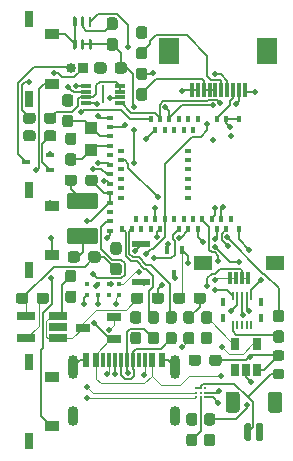
<source format=gbr>
%TF.GenerationSoftware,KiCad,Pcbnew,(5.99.0-2309-gaf729d578)*%
%TF.CreationDate,2020-08-01T12:07:04-04:00*%
%TF.ProjectId,mk2,6d6b322e-6b69-4636-9164-5f7063625858,rev?*%
%TF.SameCoordinates,Original*%
%TF.FileFunction,Copper,L1,Top*%
%TF.FilePolarity,Positive*%
%FSLAX46Y46*%
G04 Gerber Fmt 4.6, Leading zero omitted, Abs format (unit mm)*
G04 Created by KiCad (PCBNEW (5.99.0-2309-gaf729d578)) date 2020-08-01 12:07:04*
%MOMM*%
%LPD*%
G01*
G04 APERTURE LIST*
%TA.AperFunction,SMDPad,CuDef*%
%ADD10R,0.450000X0.655000*%
%TD*%
%TA.AperFunction,SMDPad,CuDef*%
%ADD11R,0.230000X0.750000*%
%TD*%
%TA.AperFunction,SMDPad,CuDef*%
%ADD12R,1.650000X1.300000*%
%TD*%
%TA.AperFunction,SMDPad,CuDef*%
%ADD13R,0.300000X1.000000*%
%TD*%
%TA.AperFunction,SMDPad,CuDef*%
%ADD14R,0.400000X0.420000*%
%TD*%
%TA.AperFunction,SMDPad,CuDef*%
%ADD15C,0.229500*%
%TD*%
%TA.AperFunction,SMDPad,CuDef*%
%ADD16R,0.292474X0.965347*%
%TD*%
%TA.AperFunction,SMDPad,CuDef*%
%ADD17R,0.200000X1.600000*%
%TD*%
%TA.AperFunction,SMDPad,CuDef*%
%ADD18R,0.890000X0.300000*%
%TD*%
%TA.AperFunction,SMDPad,CuDef*%
%ADD19R,0.300000X1.300000*%
%TD*%
%TA.AperFunction,SMDPad,CuDef*%
%ADD20R,1.800000X2.200000*%
%TD*%
%TA.AperFunction,ComponentPad*%
%ADD21O,0.850000X0.850000*%
%TD*%
%TA.AperFunction,ComponentPad*%
%ADD22R,0.850000X0.850000*%
%TD*%
%TA.AperFunction,SMDPad,CuDef*%
%ADD23R,0.700000X0.450000*%
%TD*%
%TA.AperFunction,SMDPad,CuDef*%
%ADD24R,0.600000X1.160000*%
%TD*%
%TA.AperFunction,SMDPad,CuDef*%
%ADD25R,0.300000X1.160000*%
%TD*%
%TA.AperFunction,ComponentPad*%
%ADD26O,0.900000X1.700000*%
%TD*%
%TA.AperFunction,ComponentPad*%
%ADD27O,0.900000X2.000000*%
%TD*%
%TA.AperFunction,SMDPad,CuDef*%
%ADD28R,0.800000X1.450000*%
%TD*%
%TA.AperFunction,SMDPad,CuDef*%
%ADD29R,1.270000X0.900000*%
%TD*%
%TA.AperFunction,SMDPad,CuDef*%
%ADD30R,0.450000X0.700000*%
%TD*%
%TA.AperFunction,SMDPad,CuDef*%
%ADD31R,1.100000X1.050000*%
%TD*%
%TA.AperFunction,SMDPad,CuDef*%
%ADD32R,0.650000X1.060000*%
%TD*%
%TA.AperFunction,SMDPad,CuDef*%
%ADD33R,1.560000X0.650000*%
%TD*%
%TA.AperFunction,SMDPad,CuDef*%
%ADD34R,1.500000X0.550000*%
%TD*%
%TA.AperFunction,SMDPad,CuDef*%
%ADD35R,0.400000X0.600000*%
%TD*%
%TA.AperFunction,SMDPad,CuDef*%
%ADD36R,0.600000X0.400000*%
%TD*%
%TA.AperFunction,SMDPad,CuDef*%
%ADD37R,1.220000X0.650000*%
%TD*%
%TA.AperFunction,ViaPad*%
%ADD38C,0.500000*%
%TD*%
%TA.AperFunction,Conductor*%
%ADD39C,0.130000*%
%TD*%
%TA.AperFunction,Conductor*%
%ADD40C,0.100000*%
%TD*%
G04 APERTURE END LIST*
%TO.P,R16,2*%
%TO.N,Net-(J3-Pad1)*%
%TA.AperFunction,SMDPad,CuDef*%
G36*
G01*
X14025000Y-21512500D02*
X14025000Y-21987500D01*
G75*
G02*
X13787500Y-22225000I-237500J0D01*
G01*
X13212500Y-22225000D01*
G75*
G02*
X12975000Y-21987500I0J237500D01*
G01*
X12975000Y-21512500D01*
G75*
G02*
X13212500Y-21275000I237500J0D01*
G01*
X13787500Y-21275000D01*
G75*
G02*
X14025000Y-21512500I0J-237500D01*
G01*
G37*
%TD.AperFunction*%
%TO.P,R16,1*%
%TO.N,VCC*%
%TA.AperFunction,SMDPad,CuDef*%
G36*
G01*
X15775000Y-21512500D02*
X15775000Y-21987500D01*
G75*
G02*
X15537500Y-22225000I-237500J0D01*
G01*
X14962500Y-22225000D01*
G75*
G02*
X14725000Y-21987500I0J237500D01*
G01*
X14725000Y-21512500D01*
G75*
G02*
X14962500Y-21275000I237500J0D01*
G01*
X15537500Y-21275000D01*
G75*
G02*
X15775000Y-21512500I0J-237500D01*
G01*
G37*
%TD.AperFunction*%
%TD*%
%TO.P,R15,2*%
%TO.N,GND*%
%TA.AperFunction,SMDPad,CuDef*%
G36*
G01*
X14025000Y-23012500D02*
X14025000Y-23487500D01*
G75*
G02*
X13787500Y-23725000I-237500J0D01*
G01*
X13212500Y-23725000D01*
G75*
G02*
X12975000Y-23487500I0J237500D01*
G01*
X12975000Y-23012500D01*
G75*
G02*
X13212500Y-22775000I237500J0D01*
G01*
X13787500Y-22775000D01*
G75*
G02*
X14025000Y-23012500I0J-237500D01*
G01*
G37*
%TD.AperFunction*%
%TO.P,R15,1*%
%TO.N,BUZZER*%
%TA.AperFunction,SMDPad,CuDef*%
G36*
G01*
X15775000Y-23012500D02*
X15775000Y-23487500D01*
G75*
G02*
X15537500Y-23725000I-237500J0D01*
G01*
X14962500Y-23725000D01*
G75*
G02*
X14725000Y-23487500I0J237500D01*
G01*
X14725000Y-23012500D01*
G75*
G02*
X14962500Y-22775000I237500J0D01*
G01*
X15537500Y-22775000D01*
G75*
G02*
X15775000Y-23012500I0J-237500D01*
G01*
G37*
%TD.AperFunction*%
%TD*%
%TO.P,R14,2*%
%TO.N,Net-(J5-Pad1)*%
%TA.AperFunction,SMDPad,CuDef*%
G36*
G01*
X23850000Y-37237500D02*
X23850000Y-36762500D01*
G75*
G02*
X24087500Y-36525000I237500J0D01*
G01*
X24662500Y-36525000D01*
G75*
G02*
X24900000Y-36762500I0J-237500D01*
G01*
X24900000Y-37237500D01*
G75*
G02*
X24662500Y-37475000I-237500J0D01*
G01*
X24087500Y-37475000D01*
G75*
G02*
X23850000Y-37237500I0J237500D01*
G01*
G37*
%TD.AperFunction*%
%TO.P,R14,1*%
%TO.N,VIN*%
%TA.AperFunction,SMDPad,CuDef*%
G36*
G01*
X22100000Y-37237500D02*
X22100000Y-36762500D01*
G75*
G02*
X22337500Y-36525000I237500J0D01*
G01*
X22912500Y-36525000D01*
G75*
G02*
X23150000Y-36762500I0J-237500D01*
G01*
X23150000Y-37237500D01*
G75*
G02*
X22912500Y-37475000I-237500J0D01*
G01*
X22337500Y-37475000D01*
G75*
G02*
X22100000Y-37237500I0J237500D01*
G01*
G37*
%TD.AperFunction*%
%TD*%
%TO.P,R13,2*%
%TO.N,GND*%
%TA.AperFunction,SMDPad,CuDef*%
G36*
G01*
X27401000Y-37237500D02*
X27401000Y-36762500D01*
G75*
G02*
X27638500Y-36525000I237500J0D01*
G01*
X28213500Y-36525000D01*
G75*
G02*
X28451000Y-36762500I0J-237500D01*
G01*
X28451000Y-37237500D01*
G75*
G02*
X28213500Y-37475000I-237500J0D01*
G01*
X27638500Y-37475000D01*
G75*
G02*
X27401000Y-37237500I0J237500D01*
G01*
G37*
%TD.AperFunction*%
%TO.P,R13,1*%
%TO.N,BACKLIGHT*%
%TA.AperFunction,SMDPad,CuDef*%
G36*
G01*
X25651000Y-37237500D02*
X25651000Y-36762500D01*
G75*
G02*
X25888500Y-36525000I237500J0D01*
G01*
X26463500Y-36525000D01*
G75*
G02*
X26701000Y-36762500I0J-237500D01*
G01*
X26701000Y-37237500D01*
G75*
G02*
X26463500Y-37475000I-237500J0D01*
G01*
X25888500Y-37475000D01*
G75*
G02*
X25651000Y-37237500I0J237500D01*
G01*
G37*
%TD.AperFunction*%
%TD*%
%TO.P,R12,2*%
%TO.N,GND*%
%TA.AperFunction,SMDPad,CuDef*%
G36*
G01*
X27237500Y-39150000D02*
X26762500Y-39150000D01*
G75*
G02*
X26525000Y-38912500I0J237500D01*
G01*
X26525000Y-38337500D01*
G75*
G02*
X26762500Y-38100000I237500J0D01*
G01*
X27237500Y-38100000D01*
G75*
G02*
X27475000Y-38337500I0J-237500D01*
G01*
X27475000Y-38912500D01*
G75*
G02*
X27237500Y-39150000I-237500J0D01*
G01*
G37*
%TD.AperFunction*%
%TO.P,R12,1*%
%TO.N,Net-(J2-PadB5)*%
%TA.AperFunction,SMDPad,CuDef*%
G36*
G01*
X27237500Y-40900000D02*
X26762500Y-40900000D01*
G75*
G02*
X26525000Y-40662500I0J237500D01*
G01*
X26525000Y-40087500D01*
G75*
G02*
X26762500Y-39850000I237500J0D01*
G01*
X27237500Y-39850000D01*
G75*
G02*
X27475000Y-40087500I0J-237500D01*
G01*
X27475000Y-40662500D01*
G75*
G02*
X27237500Y-40900000I-237500J0D01*
G01*
G37*
%TD.AperFunction*%
%TD*%
%TO.P,R11,2*%
%TO.N,GND*%
%TA.AperFunction,SMDPad,CuDef*%
G36*
G01*
X22737500Y-39150000D02*
X22262500Y-39150000D01*
G75*
G02*
X22025000Y-38912500I0J237500D01*
G01*
X22025000Y-38337500D01*
G75*
G02*
X22262500Y-38100000I237500J0D01*
G01*
X22737500Y-38100000D01*
G75*
G02*
X22975000Y-38337500I0J-237500D01*
G01*
X22975000Y-38912500D01*
G75*
G02*
X22737500Y-39150000I-237500J0D01*
G01*
G37*
%TD.AperFunction*%
%TO.P,R11,1*%
%TO.N,Net-(J2-PadA5)*%
%TA.AperFunction,SMDPad,CuDef*%
G36*
G01*
X22737500Y-40900000D02*
X22262500Y-40900000D01*
G75*
G02*
X22025000Y-40662500I0J237500D01*
G01*
X22025000Y-40087500D01*
G75*
G02*
X22262500Y-39850000I237500J0D01*
G01*
X22737500Y-39850000D01*
G75*
G02*
X22975000Y-40087500I0J-237500D01*
G01*
X22975000Y-40662500D01*
G75*
G02*
X22737500Y-40900000I-237500J0D01*
G01*
G37*
%TD.AperFunction*%
%TD*%
%TO.P,R9,2*%
%TO.N,GND*%
%TA.AperFunction,SMDPad,CuDef*%
G36*
G01*
X28262500Y-39850000D02*
X28737500Y-39850000D01*
G75*
G02*
X28975000Y-40087500I0J-237500D01*
G01*
X28975000Y-40662500D01*
G75*
G02*
X28737500Y-40900000I-237500J0D01*
G01*
X28262500Y-40900000D01*
G75*
G02*
X28025000Y-40662500I0J237500D01*
G01*
X28025000Y-40087500D01*
G75*
G02*
X28262500Y-39850000I237500J0D01*
G01*
G37*
%TD.AperFunction*%
%TO.P,R9,1*%
%TO.N,Net-(R9-Pad1)*%
%TA.AperFunction,SMDPad,CuDef*%
G36*
G01*
X28262500Y-38100000D02*
X28737500Y-38100000D01*
G75*
G02*
X28975000Y-38337500I0J-237500D01*
G01*
X28975000Y-38912500D01*
G75*
G02*
X28737500Y-39150000I-237500J0D01*
G01*
X28262500Y-39150000D01*
G75*
G02*
X28025000Y-38912500I0J237500D01*
G01*
X28025000Y-38337500D01*
G75*
G02*
X28262500Y-38100000I237500J0D01*
G01*
G37*
%TD.AperFunction*%
%TD*%
%TO.P,R6,2*%
%TO.N,RST*%
%TA.AperFunction,SMDPad,CuDef*%
G36*
G01*
X21065500Y-33305000D02*
X20590500Y-33305000D01*
G75*
G02*
X20353000Y-33067500I0J237500D01*
G01*
X20353000Y-32492500D01*
G75*
G02*
X20590500Y-32255000I237500J0D01*
G01*
X21065500Y-32255000D01*
G75*
G02*
X21303000Y-32492500I0J-237500D01*
G01*
X21303000Y-33067500D01*
G75*
G02*
X21065500Y-33305000I-237500J0D01*
G01*
G37*
%TD.AperFunction*%
%TO.P,R6,1*%
%TO.N,VCC*%
%TA.AperFunction,SMDPad,CuDef*%
G36*
G01*
X21065500Y-35055000D02*
X20590500Y-35055000D01*
G75*
G02*
X20353000Y-34817500I0J237500D01*
G01*
X20353000Y-34242500D01*
G75*
G02*
X20590500Y-34005000I237500J0D01*
G01*
X21065500Y-34005000D01*
G75*
G02*
X21303000Y-34242500I0J-237500D01*
G01*
X21303000Y-34817500D01*
G75*
G02*
X21065500Y-35055000I-237500J0D01*
G01*
G37*
%TD.AperFunction*%
%TD*%
%TO.P,R5,2*%
%TO.N,VCC*%
%TA.AperFunction,SMDPad,CuDef*%
G36*
G01*
X34356500Y-39725000D02*
X34831500Y-39725000D01*
G75*
G02*
X35069000Y-39962500I0J-237500D01*
G01*
X35069000Y-40537500D01*
G75*
G02*
X34831500Y-40775000I-237500J0D01*
G01*
X34356500Y-40775000D01*
G75*
G02*
X34119000Y-40537500I0J237500D01*
G01*
X34119000Y-39962500D01*
G75*
G02*
X34356500Y-39725000I237500J0D01*
G01*
G37*
%TD.AperFunction*%
%TO.P,R5,1*%
%TO.N,CHGNG*%
%TA.AperFunction,SMDPad,CuDef*%
G36*
G01*
X34356500Y-37975000D02*
X34831500Y-37975000D01*
G75*
G02*
X35069000Y-38212500I0J-237500D01*
G01*
X35069000Y-38787500D01*
G75*
G02*
X34831500Y-39025000I-237500J0D01*
G01*
X34356500Y-39025000D01*
G75*
G02*
X34119000Y-38787500I0J237500D01*
G01*
X34119000Y-38212500D01*
G75*
G02*
X34356500Y-37975000I237500J0D01*
G01*
G37*
%TD.AperFunction*%
%TD*%
%TO.P,R4,2*%
%TO.N,USB_DP*%
%TA.AperFunction,SMDPad,CuDef*%
G36*
G01*
X25262500Y-39850000D02*
X25737500Y-39850000D01*
G75*
G02*
X25975000Y-40087500I0J-237500D01*
G01*
X25975000Y-40662500D01*
G75*
G02*
X25737500Y-40900000I-237500J0D01*
G01*
X25262500Y-40900000D01*
G75*
G02*
X25025000Y-40662500I0J237500D01*
G01*
X25025000Y-40087500D01*
G75*
G02*
X25262500Y-39850000I237500J0D01*
G01*
G37*
%TD.AperFunction*%
%TO.P,R4,1*%
%TO.N,Net-(IC1-Pad35)*%
%TA.AperFunction,SMDPad,CuDef*%
G36*
G01*
X25262500Y-38100000D02*
X25737500Y-38100000D01*
G75*
G02*
X25975000Y-38337500I0J-237500D01*
G01*
X25975000Y-38912500D01*
G75*
G02*
X25737500Y-39150000I-237500J0D01*
G01*
X25262500Y-39150000D01*
G75*
G02*
X25025000Y-38912500I0J237500D01*
G01*
X25025000Y-38337500D01*
G75*
G02*
X25262500Y-38100000I237500J0D01*
G01*
G37*
%TD.AperFunction*%
%TD*%
%TO.P,R3,2*%
%TO.N,USB_DN*%
%TA.AperFunction,SMDPad,CuDef*%
G36*
G01*
X23762500Y-39850000D02*
X24237500Y-39850000D01*
G75*
G02*
X24475000Y-40087500I0J-237500D01*
G01*
X24475000Y-40662500D01*
G75*
G02*
X24237500Y-40900000I-237500J0D01*
G01*
X23762500Y-40900000D01*
G75*
G02*
X23525000Y-40662500I0J237500D01*
G01*
X23525000Y-40087500D01*
G75*
G02*
X23762500Y-39850000I237500J0D01*
G01*
G37*
%TD.AperFunction*%
%TO.P,R3,1*%
%TO.N,Net-(IC1-Pad34)*%
%TA.AperFunction,SMDPad,CuDef*%
G36*
G01*
X23762500Y-38100000D02*
X24237500Y-38100000D01*
G75*
G02*
X24475000Y-38337500I0J-237500D01*
G01*
X24475000Y-38912500D01*
G75*
G02*
X24237500Y-39150000I-237500J0D01*
G01*
X23762500Y-39150000D01*
G75*
G02*
X23525000Y-38912500I0J237500D01*
G01*
X23525000Y-38337500D01*
G75*
G02*
X23762500Y-38100000I237500J0D01*
G01*
G37*
%TD.AperFunction*%
%TD*%
%TO.P,C20,2*%
%TO.N,GND*%
%TA.AperFunction,SMDPad,CuDef*%
G36*
G01*
X28025000Y-42012500D02*
X28025000Y-42487500D01*
G75*
G02*
X27787500Y-42725000I-237500J0D01*
G01*
X27212500Y-42725000D01*
G75*
G02*
X26975000Y-42487500I0J237500D01*
G01*
X26975000Y-42012500D01*
G75*
G02*
X27212500Y-41775000I237500J0D01*
G01*
X27787500Y-41775000D01*
G75*
G02*
X28025000Y-42012500I0J-237500D01*
G01*
G37*
%TD.AperFunction*%
%TO.P,C20,1*%
%TO.N,BATTPOW*%
%TA.AperFunction,SMDPad,CuDef*%
G36*
G01*
X29775000Y-42012500D02*
X29775000Y-42487500D01*
G75*
G02*
X29537500Y-42725000I-237500J0D01*
G01*
X28962500Y-42725000D01*
G75*
G02*
X28725000Y-42487500I0J237500D01*
G01*
X28725000Y-42012500D01*
G75*
G02*
X28962500Y-41775000I237500J0D01*
G01*
X29537500Y-41775000D01*
G75*
G02*
X29775000Y-42012500I0J-237500D01*
G01*
G37*
%TD.AperFunction*%
%TD*%
%TO.P,C10,2*%
%TO.N,GND*%
%TA.AperFunction,SMDPad,CuDef*%
G36*
G01*
X27487500Y-47775000D02*
X27012500Y-47775000D01*
G75*
G02*
X26775000Y-47537500I0J237500D01*
G01*
X26775000Y-46962500D01*
G75*
G02*
X27012500Y-46725000I237500J0D01*
G01*
X27487500Y-46725000D01*
G75*
G02*
X27725000Y-46962500I0J-237500D01*
G01*
X27725000Y-47537500D01*
G75*
G02*
X27487500Y-47775000I-237500J0D01*
G01*
G37*
%TD.AperFunction*%
%TO.P,C10,1*%
%TO.N,Net-(C10-Pad1)*%
%TA.AperFunction,SMDPad,CuDef*%
G36*
G01*
X27487500Y-49525000D02*
X27012500Y-49525000D01*
G75*
G02*
X26775000Y-49287500I0J237500D01*
G01*
X26775000Y-48712500D01*
G75*
G02*
X27012500Y-48475000I237500J0D01*
G01*
X27487500Y-48475000D01*
G75*
G02*
X27725000Y-48712500I0J-237500D01*
G01*
X27725000Y-49287500D01*
G75*
G02*
X27487500Y-49525000I-237500J0D01*
G01*
G37*
%TD.AperFunction*%
%TD*%
%TO.P,C9,2*%
%TO.N,GND*%
%TA.AperFunction,SMDPad,CuDef*%
G36*
G01*
X23237500Y-15025000D02*
X22762500Y-15025000D01*
G75*
G02*
X22525000Y-14787500I0J237500D01*
G01*
X22525000Y-14212500D01*
G75*
G02*
X22762500Y-13975000I237500J0D01*
G01*
X23237500Y-13975000D01*
G75*
G02*
X23475000Y-14212500I0J-237500D01*
G01*
X23475000Y-14787500D01*
G75*
G02*
X23237500Y-15025000I-237500J0D01*
G01*
G37*
%TD.AperFunction*%
%TO.P,C9,1*%
%TO.N,LCD_DISP*%
%TA.AperFunction,SMDPad,CuDef*%
G36*
G01*
X23237500Y-16775000D02*
X22762500Y-16775000D01*
G75*
G02*
X22525000Y-16537500I0J237500D01*
G01*
X22525000Y-15962500D01*
G75*
G02*
X22762500Y-15725000I237500J0D01*
G01*
X23237500Y-15725000D01*
G75*
G02*
X23475000Y-15962500I0J-237500D01*
G01*
X23475000Y-16537500D01*
G75*
G02*
X23237500Y-16775000I-237500J0D01*
G01*
G37*
%TD.AperFunction*%
%TD*%
%TO.P,C8,2*%
%TO.N,GND*%
%TA.AperFunction,SMDPad,CuDef*%
G36*
G01*
X23237500Y-18525000D02*
X22762500Y-18525000D01*
G75*
G02*
X22525000Y-18287500I0J237500D01*
G01*
X22525000Y-17712500D01*
G75*
G02*
X22762500Y-17475000I237500J0D01*
G01*
X23237500Y-17475000D01*
G75*
G02*
X23475000Y-17712500I0J-237500D01*
G01*
X23475000Y-18287500D01*
G75*
G02*
X23237500Y-18525000I-237500J0D01*
G01*
G37*
%TD.AperFunction*%
%TO.P,C8,1*%
%TO.N,5V*%
%TA.AperFunction,SMDPad,CuDef*%
G36*
G01*
X23237500Y-20275000D02*
X22762500Y-20275000D01*
G75*
G02*
X22525000Y-20037500I0J237500D01*
G01*
X22525000Y-19462500D01*
G75*
G02*
X22762500Y-19225000I237500J0D01*
G01*
X23237500Y-19225000D01*
G75*
G02*
X23475000Y-19462500I0J-237500D01*
G01*
X23475000Y-20037500D01*
G75*
G02*
X23237500Y-20275000I-237500J0D01*
G01*
G37*
%TD.AperFunction*%
%TD*%
%TO.P,C7,2*%
%TO.N,GND*%
%TA.AperFunction,SMDPad,CuDef*%
G36*
G01*
X28512500Y-48475000D02*
X28987500Y-48475000D01*
G75*
G02*
X29225000Y-48712500I0J-237500D01*
G01*
X29225000Y-49287500D01*
G75*
G02*
X28987500Y-49525000I-237500J0D01*
G01*
X28512500Y-49525000D01*
G75*
G02*
X28275000Y-49287500I0J237500D01*
G01*
X28275000Y-48712500D01*
G75*
G02*
X28512500Y-48475000I237500J0D01*
G01*
G37*
%TD.AperFunction*%
%TO.P,C7,1*%
%TO.N,VCC*%
%TA.AperFunction,SMDPad,CuDef*%
G36*
G01*
X28512500Y-46725000D02*
X28987500Y-46725000D01*
G75*
G02*
X29225000Y-46962500I0J-237500D01*
G01*
X29225000Y-47537500D01*
G75*
G02*
X28987500Y-47775000I-237500J0D01*
G01*
X28512500Y-47775000D01*
G75*
G02*
X28275000Y-47537500I0J237500D01*
G01*
X28275000Y-46962500D01*
G75*
G02*
X28512500Y-46725000I237500J0D01*
G01*
G37*
%TD.AperFunction*%
%TD*%
%TO.P,C6,2*%
%TO.N,GND*%
%TA.AperFunction,SMDPad,CuDef*%
G36*
G01*
X20025000Y-17262500D02*
X20025000Y-17737500D01*
G75*
G02*
X19787500Y-17975000I-237500J0D01*
G01*
X19212500Y-17975000D01*
G75*
G02*
X18975000Y-17737500I0J237500D01*
G01*
X18975000Y-17262500D01*
G75*
G02*
X19212500Y-17025000I237500J0D01*
G01*
X19787500Y-17025000D01*
G75*
G02*
X20025000Y-17262500I0J-237500D01*
G01*
G37*
%TD.AperFunction*%
%TO.P,C6,1*%
%TO.N,VIN*%
%TA.AperFunction,SMDPad,CuDef*%
G36*
G01*
X21775000Y-17262500D02*
X21775000Y-17737500D01*
G75*
G02*
X21537500Y-17975000I-237500J0D01*
G01*
X20962500Y-17975000D01*
G75*
G02*
X20725000Y-17737500I0J237500D01*
G01*
X20725000Y-17262500D01*
G75*
G02*
X20962500Y-17025000I237500J0D01*
G01*
X21537500Y-17025000D01*
G75*
G02*
X21775000Y-17262500I0J-237500D01*
G01*
G37*
%TD.AperFunction*%
%TD*%
%TO.P,C4,2*%
%TO.N,GND*%
%TA.AperFunction,SMDPad,CuDef*%
G36*
G01*
X16762500Y-36350000D02*
X17237500Y-36350000D01*
G75*
G02*
X17475000Y-36587500I0J-237500D01*
G01*
X17475000Y-37162500D01*
G75*
G02*
X17237500Y-37400000I-237500J0D01*
G01*
X16762500Y-37400000D01*
G75*
G02*
X16525000Y-37162500I0J237500D01*
G01*
X16525000Y-36587500D01*
G75*
G02*
X16762500Y-36350000I237500J0D01*
G01*
G37*
%TD.AperFunction*%
%TO.P,C4,1*%
%TO.N,VIN*%
%TA.AperFunction,SMDPad,CuDef*%
G36*
G01*
X16762500Y-34600000D02*
X17237500Y-34600000D01*
G75*
G02*
X17475000Y-34837500I0J-237500D01*
G01*
X17475000Y-35412500D01*
G75*
G02*
X17237500Y-35650000I-237500J0D01*
G01*
X16762500Y-35650000D01*
G75*
G02*
X16525000Y-35412500I0J237500D01*
G01*
X16525000Y-34837500D01*
G75*
G02*
X16762500Y-34600000I237500J0D01*
G01*
G37*
%TD.AperFunction*%
%TD*%
%TO.P,C3,2*%
%TO.N,GND*%
%TA.AperFunction,SMDPad,CuDef*%
G36*
G01*
X17525000Y-26762500D02*
X17525000Y-27237500D01*
G75*
G02*
X17287500Y-27475000I-237500J0D01*
G01*
X16712500Y-27475000D01*
G75*
G02*
X16475000Y-27237500I0J237500D01*
G01*
X16475000Y-26762500D01*
G75*
G02*
X16712500Y-26525000I237500J0D01*
G01*
X17287500Y-26525000D01*
G75*
G02*
X17525000Y-26762500I0J-237500D01*
G01*
G37*
%TD.AperFunction*%
%TO.P,C3,1*%
%TO.N,VCC*%
%TA.AperFunction,SMDPad,CuDef*%
G36*
G01*
X19275000Y-26762500D02*
X19275000Y-27237500D01*
G75*
G02*
X19037500Y-27475000I-237500J0D01*
G01*
X18462500Y-27475000D01*
G75*
G02*
X18225000Y-27237500I0J237500D01*
G01*
X18225000Y-26762500D01*
G75*
G02*
X18462500Y-26525000I237500J0D01*
G01*
X19037500Y-26525000D01*
G75*
G02*
X19275000Y-26762500I0J-237500D01*
G01*
G37*
%TD.AperFunction*%
%TD*%
%TO.P,C2,2*%
%TO.N,/XL2*%
%TA.AperFunction,SMDPad,CuDef*%
G36*
G01*
X16762500Y-24725000D02*
X17237500Y-24725000D01*
G75*
G02*
X17475000Y-24962500I0J-237500D01*
G01*
X17475000Y-25537500D01*
G75*
G02*
X17237500Y-25775000I-237500J0D01*
G01*
X16762500Y-25775000D01*
G75*
G02*
X16525000Y-25537500I0J237500D01*
G01*
X16525000Y-24962500D01*
G75*
G02*
X16762500Y-24725000I237500J0D01*
G01*
G37*
%TD.AperFunction*%
%TO.P,C2,1*%
%TO.N,GND*%
%TA.AperFunction,SMDPad,CuDef*%
G36*
G01*
X16762500Y-22975000D02*
X17237500Y-22975000D01*
G75*
G02*
X17475000Y-23212500I0J-237500D01*
G01*
X17475000Y-23787500D01*
G75*
G02*
X17237500Y-24025000I-237500J0D01*
G01*
X16762500Y-24025000D01*
G75*
G02*
X16525000Y-23787500I0J237500D01*
G01*
X16525000Y-23212500D01*
G75*
G02*
X16762500Y-22975000I237500J0D01*
G01*
G37*
%TD.AperFunction*%
%TD*%
%TO.P,C1,2*%
%TO.N,/XL1*%
%TA.AperFunction,SMDPad,CuDef*%
G36*
G01*
X16512500Y-21475000D02*
X16987500Y-21475000D01*
G75*
G02*
X17225000Y-21712500I0J-237500D01*
G01*
X17225000Y-22287500D01*
G75*
G02*
X16987500Y-22525000I-237500J0D01*
G01*
X16512500Y-22525000D01*
G75*
G02*
X16275000Y-22287500I0J237500D01*
G01*
X16275000Y-21712500D01*
G75*
G02*
X16512500Y-21475000I237500J0D01*
G01*
G37*
%TD.AperFunction*%
%TO.P,C1,1*%
%TO.N,GND*%
%TA.AperFunction,SMDPad,CuDef*%
G36*
G01*
X16512500Y-19725000D02*
X16987500Y-19725000D01*
G75*
G02*
X17225000Y-19962500I0J-237500D01*
G01*
X17225000Y-20537500D01*
G75*
G02*
X16987500Y-20775000I-237500J0D01*
G01*
X16512500Y-20775000D01*
G75*
G02*
X16275000Y-20537500I0J237500D01*
G01*
X16275000Y-19962500D01*
G75*
G02*
X16512500Y-19725000I237500J0D01*
G01*
G37*
%TD.AperFunction*%
%TD*%
D10*
%TO.P,P1,P2*%
%TO.N,N/C*%
X33100000Y-37297500D03*
%TO.P,P1,P4*%
X33100000Y-38702500D03*
%TO.P,P1,P3*%
X29900000Y-38702500D03*
%TO.P,P1,P1*%
X29900000Y-37297500D03*
D11*
%TO.P,P1,9,9*%
%TO.N,GND*%
X32300000Y-36775000D03*
%TO.P,P1,1,1*%
%TO.N,VIN*%
X30700000Y-36775000D03*
%TO.P,P1,7,7*%
%TO.N,BUTTON4*%
X31900000Y-36775000D03*
%TO.P,P1,3,3*%
%TO.N,FLASHLIGHT*%
X31100000Y-36775000D03*
%TO.P,P1,5,5*%
%TO.N,BUTTON2*%
X31500000Y-36775000D03*
%TO.P,P1,10,10*%
%TO.N,N/C*%
X32300000Y-39225000D03*
%TO.P,P1,2,2*%
%TO.N,VCC*%
X30700000Y-39225000D03*
%TO.P,P1,8,8*%
%TO.N,N/C*%
X31900000Y-39225000D03*
%TO.P,P1,4,4*%
X31100000Y-39225000D03*
%TO.P,P1,6,6*%
X31500000Y-39225000D03*
%TD*%
D12*
%TO.P,J5,*%
%TO.N,*%
X34250000Y-34000000D03*
X28225000Y-34000000D03*
D13*
%TO.P,J5,1,Pin_1*%
%TO.N,Net-(J5-Pad1)*%
X32000000Y-35250000D03*
%TO.P,J5,4,Pin_4*%
%TO.N,Net-(J5-Pad3)*%
X30500000Y-35250000D03*
%TO.P,J5,3,Pin_3*%
X31000000Y-35250000D03*
%TO.P,J5,2,Pin_2*%
%TO.N,Net-(J5-Pad1)*%
X31500000Y-35250000D03*
%TD*%
D14*
%TO.P,IC2,4*%
%TO.N,N/C*%
X18400000Y-35800000D03*
%TO.P,IC2,3,VSS*%
%TO.N,GND*%
X19300000Y-35800000D03*
%TO.P,IC2,2,SQW*%
%TO.N,SQW*%
X20200000Y-35800000D03*
%TO.P,IC2,1,SDA*%
%TO.N,SDA*%
X21100000Y-35800000D03*
%TO.P,IC2,5,VCC*%
%TO.N,Net-(C5-Pad1)*%
X18400000Y-36700000D03*
%TO.P,IC2,6,~IRQ/OUT~*%
%TO.N,RTCIRQ*%
X19300000Y-36700000D03*
%TO.P,IC2,7*%
%TO.N,N/C*%
X20200000Y-36700000D03*
%TO.P,IC2,8,SCL*%
%TO.N,SCL*%
X21100000Y-36700000D03*
%TD*%
%TO.P,JP1,2,2*%
%TO.N,BATTPOW*%
%TA.AperFunction,SMDPad,CuDef*%
G36*
G01*
X34850250Y-42275000D02*
X34337750Y-42275000D01*
G75*
G02*
X34119000Y-42056250I0J218750D01*
G01*
X34119000Y-41618750D01*
G75*
G02*
X34337750Y-41400000I218750J0D01*
G01*
X34850250Y-41400000D01*
G75*
G02*
X35069000Y-41618750I0J-218750D01*
G01*
X35069000Y-42056250D01*
G75*
G02*
X34850250Y-42275000I-218750J0D01*
G01*
G37*
%TD.AperFunction*%
%TO.P,JP1,1,1*%
%TO.N,+BATT*%
%TA.AperFunction,SMDPad,CuDef*%
G36*
G01*
X34850250Y-43850000D02*
X34337750Y-43850000D01*
G75*
G02*
X34119000Y-43631250I0J218750D01*
G01*
X34119000Y-43193750D01*
G75*
G02*
X34337750Y-42975000I218750J0D01*
G01*
X34850250Y-42975000D01*
G75*
G02*
X35069000Y-43193750I0J-218750D01*
G01*
X35069000Y-43631250D01*
G75*
G02*
X34850250Y-43850000I-218750J0D01*
G01*
G37*
%TD.AperFunction*%
%TD*%
%TO.P,BT1,MP*%
%TO.N,N/C*%
%TA.AperFunction,SMDPad,CuDef*%
G36*
G01*
X33700000Y-46450000D02*
X33700000Y-45150000D01*
G75*
G02*
X33950000Y-44900000I250000J0D01*
G01*
X34650000Y-44900000D01*
G75*
G02*
X34900000Y-45150000I0J-250000D01*
G01*
X34900000Y-46450000D01*
G75*
G02*
X34650000Y-46700000I-250000J0D01*
G01*
X33950000Y-46700000D01*
G75*
G02*
X33700000Y-46450000I0J250000D01*
G01*
G37*
%TD.AperFunction*%
%TA.AperFunction,SMDPad,CuDef*%
G36*
G01*
X30100000Y-46450000D02*
X30100000Y-45150000D01*
G75*
G02*
X30350000Y-44900000I250000J0D01*
G01*
X31050000Y-44900000D01*
G75*
G02*
X31300000Y-45150000I0J-250000D01*
G01*
X31300000Y-46450000D01*
G75*
G02*
X31050000Y-46700000I-250000J0D01*
G01*
X30350000Y-46700000D01*
G75*
G02*
X30100000Y-46450000I0J250000D01*
G01*
G37*
%TD.AperFunction*%
%TO.P,BT1,2,-*%
%TO.N,GND*%
%TA.AperFunction,SMDPad,CuDef*%
G36*
G01*
X32700000Y-48950000D02*
X32700000Y-47700000D01*
G75*
G02*
X32850000Y-47550000I150000J0D01*
G01*
X33150000Y-47550000D01*
G75*
G02*
X33300000Y-47700000I0J-150000D01*
G01*
X33300000Y-48950000D01*
G75*
G02*
X33150000Y-49100000I-150000J0D01*
G01*
X32850000Y-49100000D01*
G75*
G02*
X32700000Y-48950000I0J150000D01*
G01*
G37*
%TD.AperFunction*%
%TO.P,BT1,1,+*%
%TO.N,+BATT*%
%TA.AperFunction,SMDPad,CuDef*%
G36*
G01*
X31700000Y-48950000D02*
X31700000Y-47700000D01*
G75*
G02*
X31850000Y-47550000I150000J0D01*
G01*
X32150000Y-47550000D01*
G75*
G02*
X32300000Y-47700000I0J-150000D01*
G01*
X32300000Y-48950000D01*
G75*
G02*
X32150000Y-49100000I-150000J0D01*
G01*
X31850000Y-49100000D01*
G75*
G02*
X31700000Y-48950000I0J150000D01*
G01*
G37*
%TD.AperFunction*%
%TD*%
D15*
%TO.P,U6,C3,GND*%
%TO.N,GND*%
X28400000Y-45400000D03*
%TO.P,U6,C2,REG*%
%TO.N,Net-(C10-Pad1)*%
X28000000Y-45400000D03*
%TO.P,U6,C1,SDA*%
%TO.N,SDA*%
X27600000Y-45400000D03*
%TO.P,U6,B3,SYS*%
%TO.N,BATTPOW*%
X28400000Y-45000000D03*
%TO.P,U6,B2,~ALRT~*%
%TO.N,N/C*%
X28000000Y-45000000D03*
%TO.P,U6,B1,SCL*%
%TO.N,SCL*%
X27600000Y-45000000D03*
%TO.P,U6,A3,NC*%
%TO.N,N/C*%
X28400000Y-44600000D03*
%TO.P,U6,A2,BATT*%
%TO.N,+BATT*%
X28000000Y-44600000D03*
%TO.P,U6,A1,TH*%
X27600000Y-44600000D03*
%TD*%
%TO.P,U5,6,EN*%
%TO.N,VIN*%
%TA.AperFunction,SMDPad,CuDef*%
G36*
G01*
X18650000Y-15017327D02*
X18650000Y-15017327D01*
G75*
G02*
X18796237Y-15163564I0J-146237D01*
G01*
X18796237Y-15836436D01*
G75*
G02*
X18650000Y-15982673I-146237J0D01*
G01*
X18650000Y-15982673D01*
G75*
G02*
X18503763Y-15836436I0J146237D01*
G01*
X18503763Y-15163564D01*
G75*
G02*
X18650000Y-15017327I146237J0D01*
G01*
G37*
%TD.AperFunction*%
%TO.P,U5,5,IN*%
%TA.AperFunction,SMDPad,CuDef*%
G36*
G01*
X18000000Y-15017327D02*
X18000000Y-15017327D01*
G75*
G02*
X18146237Y-15163564I0J-146237D01*
G01*
X18146237Y-15836436D01*
G75*
G02*
X18000000Y-15982673I-146237J0D01*
G01*
X18000000Y-15982673D01*
G75*
G02*
X17853763Y-15836436I0J146237D01*
G01*
X17853763Y-15163564D01*
G75*
G02*
X18000000Y-15017327I146237J0D01*
G01*
G37*
%TD.AperFunction*%
%TO.P,U5,4,SEL*%
%TO.N,GND*%
%TA.AperFunction,SMDPad,CuDef*%
G36*
G01*
X17350000Y-15017327D02*
X17350000Y-15017327D01*
G75*
G02*
X17496237Y-15163564I0J-146237D01*
G01*
X17496237Y-15836436D01*
G75*
G02*
X17350000Y-15982673I-146237J0D01*
G01*
X17350000Y-15982673D01*
G75*
G02*
X17203763Y-15836436I0J146237D01*
G01*
X17203763Y-15163564D01*
G75*
G02*
X17350000Y-15017327I146237J0D01*
G01*
G37*
%TD.AperFunction*%
%TO.P,U5,3,GND*%
%TA.AperFunction,SMDPad,CuDef*%
G36*
G01*
X17350000Y-13110200D02*
X17350000Y-13110200D01*
G75*
G02*
X17496237Y-13256437I0J-146237D01*
G01*
X17496237Y-13929309D01*
G75*
G02*
X17350000Y-14075546I-146237J0D01*
G01*
X17350000Y-14075546D01*
G75*
G02*
X17203763Y-13929309I0J146237D01*
G01*
X17203763Y-13256437D01*
G75*
G02*
X17350000Y-13110200I146237J0D01*
G01*
G37*
%TD.AperFunction*%
%TO.P,U5,2,LX*%
%TO.N,Net-(L2-Pad2)*%
%TA.AperFunction,SMDPad,CuDef*%
G36*
G01*
X18000000Y-13110200D02*
X18000000Y-13110200D01*
G75*
G02*
X18146237Y-13256437I0J-146237D01*
G01*
X18146237Y-13929309D01*
G75*
G02*
X18000000Y-14075546I-146237J0D01*
G01*
X18000000Y-14075546D01*
G75*
G02*
X17853763Y-13929309I0J146237D01*
G01*
X17853763Y-13256437D01*
G75*
G02*
X18000000Y-13110200I146237J0D01*
G01*
G37*
%TD.AperFunction*%
D16*
%TO.P,U5,1,OUT*%
%TO.N,5V*%
X18650000Y-13592873D03*
%TD*%
D17*
%TO.P,U1,9*%
%TO.N,N/C*%
X19750000Y-19750000D03*
D18*
%TO.P,U1,8,VCC*%
%TO.N,VCC*%
X21170000Y-19000000D03*
%TO.P,U1,7,~HOLD~/IO3*%
X21170000Y-19500000D03*
%TO.P,U1,6,SCK*%
%TO.N,SPI_CLK*%
X21170000Y-20000000D03*
%TO.P,U1,5,SI/IO0*%
%TO.N,SPI_MOSI*%
X21170000Y-20500000D03*
%TO.P,U1,4,GND*%
%TO.N,GND*%
X18330000Y-20500000D03*
%TO.P,U1,3,~WP~/IO2*%
%TO.N,VCC*%
X18330000Y-20000000D03*
%TO.P,U1,2,SO/IO1*%
%TO.N,SPI_MISO*%
X18330000Y-19500000D03*
%TO.P,U1,1,~CS*%
%TO.N,FLASH_CS*%
X18330000Y-19000000D03*
%TD*%
D19*
%TO.P,J1,10,Pin_10*%
%TO.N,GND*%
X27250000Y-19350000D03*
%TO.P,J1,9,Pin_9*%
X27750000Y-19350000D03*
%TO.P,J1,8,Pin_8*%
%TO.N,5V*%
X28250000Y-19350000D03*
%TO.P,J1,7,Pin_7*%
X28750000Y-19350000D03*
%TO.P,J1,6,Pin_6*%
X29250000Y-19350000D03*
%TO.P,J1,5,Pin_5*%
%TO.N,LCD_DISP*%
X29750000Y-19350000D03*
%TO.P,J1,4,Pin_4*%
%TO.N,SQW*%
X30250000Y-19350000D03*
%TO.P,J1,3,Pin_3*%
%TO.N,LCD_CS*%
X30750000Y-19350000D03*
%TO.P,J1,2,Pin_2*%
%TO.N,SPI_MOSI*%
X31250000Y-19350000D03*
%TO.P,J1,1,Pin_1*%
%TO.N,SPI_CLK*%
X31750000Y-19350000D03*
D20*
%TO.P,J1,MP*%
%TO.N,N/C*%
X33650000Y-16100000D03*
X25350000Y-16100000D03*
%TD*%
D21*
%TO.P,J3,2,Pin_2*%
%TO.N,Net-(J3-Pad2)*%
X17000000Y-17500000D03*
D22*
%TO.P,J3,1,Pin_1*%
%TO.N,Net-(J3-Pad1)*%
X18000000Y-17500000D03*
%TD*%
D23*
%TO.P,Q4,3,D*%
%TO.N,Net-(J3-Pad2)*%
X13250000Y-25500000D03*
%TO.P,Q4,2,S*%
%TO.N,GND*%
X15250000Y-24850000D03*
%TO.P,Q4,1,G*%
%TO.N,BUZZER*%
X15250000Y-26150000D03*
%TD*%
D24*
%TO.P,J2,A12,GND*%
%TO.N,GND*%
X24700000Y-42240000D03*
%TO.P,J2,A9,VBUS*%
%TO.N,VUSB*%
X23900000Y-42240000D03*
%TO.P,J2,A1,GND*%
%TO.N,GND*%
X18300000Y-42240000D03*
%TO.P,J2,A4,VBUS*%
%TO.N,VUSB*%
X19100000Y-42240000D03*
D25*
%TO.P,J2,B5,CC2*%
%TO.N,Net-(J2-PadB5)*%
X23250000Y-42240000D03*
%TO.P,J2,B6,D+*%
%TO.N,USB_DP*%
X22250000Y-42240000D03*
%TO.P,J2,A8,SBU1*%
%TO.N,N/C*%
X22750000Y-42240000D03*
%TO.P,J2,A5,CC1*%
%TO.N,Net-(J2-PadA5)*%
X20250000Y-42240000D03*
%TO.P,J2,B8,SBU2*%
%TO.N,N/C*%
X19750000Y-42240000D03*
%TO.P,J2,A7,D-*%
%TO.N,USB_DN*%
X21750000Y-42240000D03*
%TO.P,J2,A6,D+*%
%TO.N,USB_DP*%
X21250000Y-42240000D03*
%TO.P,J2,B7,D-*%
%TO.N,USB_DN*%
X20750000Y-42240000D03*
D26*
%TO.P,J2,S1,SHIELD*%
%TO.N,GND*%
X25820000Y-46990000D03*
X17180000Y-46990000D03*
D27*
X25820000Y-42820000D03*
X17180000Y-42820000D03*
%TD*%
D28*
%TO.P,SW4,4*%
%TO.N,N/C*%
X13500000Y-49125000D03*
%TO.P,SW4,3*%
X13500000Y-42375000D03*
D29*
%TO.P,SW4,2,2*%
%TO.N,BUTTON3*%
X15385000Y-47850000D03*
%TO.P,SW4,1,1*%
%TO.N,GND*%
X15385000Y-43650000D03*
%TD*%
D28*
%TO.P,SW2,4*%
%TO.N,N/C*%
X13500000Y-20125000D03*
%TO.P,SW2,3*%
X13500000Y-13375000D03*
D29*
%TO.P,SW2,2,2*%
%TO.N,BUTTON1*%
X15385000Y-18850000D03*
%TO.P,SW2,1,1*%
%TO.N,GND*%
X15385000Y-14650000D03*
%TD*%
D28*
%TO.P,SW1,4*%
%TO.N,N/C*%
X13500000Y-34625000D03*
%TO.P,SW1,3*%
X13500000Y-27875000D03*
D29*
%TO.P,SW1,2,2*%
%TO.N,BUTTON5*%
X15385000Y-33350000D03*
%TO.P,SW1,1,1*%
%TO.N,GND*%
X15385000Y-29150000D03*
%TD*%
D30*
%TO.P,Q3,3,D*%
%TO.N,Net-(J5-Pad3)*%
X25781000Y-34909000D03*
%TO.P,Q3,2,S*%
%TO.N,GND*%
X25131000Y-32909000D03*
%TO.P,Q3,1,G*%
%TO.N,BACKLIGHT*%
X26431000Y-32909000D03*
%TD*%
%TO.P,C5,2*%
%TO.N,GND*%
%TA.AperFunction,SMDPad,CuDef*%
G36*
G01*
X19074999Y-29475000D02*
X16925001Y-29475000D01*
G75*
G02*
X16675000Y-29224999I0J250001D01*
G01*
X16675000Y-28300001D01*
G75*
G02*
X16925001Y-28050000I250001J0D01*
G01*
X19074999Y-28050000D01*
G75*
G02*
X19325000Y-28300001I0J-250001D01*
G01*
X19325000Y-29224999D01*
G75*
G02*
X19074999Y-29475000I-250001J0D01*
G01*
G37*
%TD.AperFunction*%
%TO.P,C5,1*%
%TO.N,Net-(C5-Pad1)*%
%TA.AperFunction,SMDPad,CuDef*%
G36*
G01*
X19074999Y-32450000D02*
X16925001Y-32450000D01*
G75*
G02*
X16675000Y-32199999I0J250001D01*
G01*
X16675000Y-31275001D01*
G75*
G02*
X16925001Y-31025000I250001J0D01*
G01*
X19074999Y-31025000D01*
G75*
G02*
X19325000Y-31275001I0J-250001D01*
G01*
X19325000Y-32199999D01*
G75*
G02*
X19074999Y-32450000I-250001J0D01*
G01*
G37*
%TD.AperFunction*%
%TD*%
D31*
%TO.P,Y1,2,2*%
%TO.N,/XL1*%
X18750000Y-22575000D03*
%TO.P,Y1,1,1*%
%TO.N,/XL2*%
X18750000Y-24425000D03*
%TD*%
D32*
%TO.P,U3,5,PROG*%
%TO.N,Net-(R9-Pad1)*%
X30894000Y-40900000D03*
%TO.P,U3,4,VDD*%
%TO.N,VUSB*%
X32794000Y-40900000D03*
%TO.P,U3,3,VBAT*%
%TO.N,BATTPOW*%
X32794000Y-43100000D03*
%TO.P,U3,2,VSS*%
%TO.N,GND*%
X31844000Y-43100000D03*
%TO.P,U3,1,STAT*%
%TO.N,CHGNG*%
X30894000Y-43100000D03*
%TD*%
D33*
%TO.P,U2,5,SW*%
%TO.N,Net-(L1-Pad1)*%
X13250000Y-40400000D03*
%TO.P,U2,4,FB*%
%TO.N,VCC*%
X13250000Y-38500000D03*
%TO.P,U2,3,EN*%
%TO.N,VIN*%
X15950000Y-38500000D03*
%TO.P,U2,2,GND*%
%TO.N,GND*%
X15950000Y-39450000D03*
%TO.P,U2,1,VIN*%
%TO.N,VIN*%
X15950000Y-40400000D03*
%TD*%
D34*
%TO.P,SW_RESET1,2,2*%
%TO.N,GND*%
X22987000Y-35625000D03*
%TO.P,SW_RESET1,1,1*%
%TO.N,RST*%
X22987000Y-32375000D03*
%TD*%
%TO.P,L2,2,2*%
%TO.N,Net-(L2-Pad2)*%
%TA.AperFunction,SMDPad,CuDef*%
G36*
G01*
X20737500Y-14275000D02*
X20262500Y-14275000D01*
G75*
G02*
X20025000Y-14037500I0J237500D01*
G01*
X20025000Y-13462500D01*
G75*
G02*
X20262500Y-13225000I237500J0D01*
G01*
X20737500Y-13225000D01*
G75*
G02*
X20975000Y-13462500I0J-237500D01*
G01*
X20975000Y-14037500D01*
G75*
G02*
X20737500Y-14275000I-237500J0D01*
G01*
G37*
%TD.AperFunction*%
%TO.P,L2,1,1*%
%TO.N,VIN*%
%TA.AperFunction,SMDPad,CuDef*%
G36*
G01*
X20737500Y-16025000D02*
X20262500Y-16025000D01*
G75*
G02*
X20025000Y-15787500I0J237500D01*
G01*
X20025000Y-15212500D01*
G75*
G02*
X20262500Y-14975000I237500J0D01*
G01*
X20737500Y-14975000D01*
G75*
G02*
X20975000Y-15212500I0J-237500D01*
G01*
X20975000Y-15787500D01*
G75*
G02*
X20737500Y-16025000I-237500J0D01*
G01*
G37*
%TD.AperFunction*%
%TD*%
%TO.P,L1,2,2*%
%TO.N,VCC*%
%TA.AperFunction,SMDPad,CuDef*%
G36*
G01*
X13400000Y-36762500D02*
X13400000Y-37237500D01*
G75*
G02*
X13162500Y-37475000I-237500J0D01*
G01*
X12587500Y-37475000D01*
G75*
G02*
X12350000Y-37237500I0J237500D01*
G01*
X12350000Y-36762500D01*
G75*
G02*
X12587500Y-36525000I237500J0D01*
G01*
X13162500Y-36525000D01*
G75*
G02*
X13400000Y-36762500I0J-237500D01*
G01*
G37*
%TD.AperFunction*%
%TO.P,L1,1,1*%
%TO.N,Net-(L1-Pad1)*%
%TA.AperFunction,SMDPad,CuDef*%
G36*
G01*
X15150000Y-36762500D02*
X15150000Y-37237500D01*
G75*
G02*
X14912500Y-37475000I-237500J0D01*
G01*
X14337500Y-37475000D01*
G75*
G02*
X14100000Y-37237500I0J237500D01*
G01*
X14100000Y-36762500D01*
G75*
G02*
X14337500Y-36525000I237500J0D01*
G01*
X14912500Y-36525000D01*
G75*
G02*
X15150000Y-36762500I0J-237500D01*
G01*
G37*
%TD.AperFunction*%
%TD*%
D35*
%TO.P,IC1,1,GND_1*%
%TO.N,GND*%
X31250000Y-21850000D03*
%TO.P,IC1,2,GND_2*%
X30150000Y-21850000D03*
%TO.P,IC1,3,P1.10*%
%TO.N,LCD_CS*%
X29350000Y-21850000D03*
%TO.P,IC1,4,P1.11*%
%TO.N,N/C*%
X27750000Y-21850000D03*
%TO.P,IC1,5,P1.12*%
X27350000Y-22750000D03*
%TO.P,IC1,6,P1.13*%
X26950000Y-21850000D03*
%TO.P,IC1,7,P1.14*%
X26550000Y-22750000D03*
%TO.P,IC1,8,P1.15*%
X26150000Y-21850000D03*
%TO.P,IC1,9,P0.03*%
X25750000Y-22750000D03*
%TO.P,IC1,10,P0.29*%
%TO.N,SPI_CLK*%
X25350000Y-21850000D03*
%TO.P,IC1,11,P0.02*%
%TO.N,N/C*%
X24950000Y-22750000D03*
%TO.P,IC1,12,P0.31*%
%TO.N,SPI_MOSI*%
X24550000Y-21850000D03*
%TO.P,IC1,13,P0.28*%
%TO.N,BUZZER*%
X24150000Y-22750000D03*
%TO.P,IC1,14,P0.30*%
%TO.N,SPI_MISO*%
X23750000Y-21850000D03*
D36*
%TO.P,IC1,15,GND_3*%
%TO.N,GND*%
X20350000Y-21700000D03*
%TO.P,IC1,16,P0.27*%
%TO.N,FLASH_CS*%
X20350000Y-22500000D03*
%TO.P,IC1,17,P0.00/XL1*%
%TO.N,/XL1*%
X20350000Y-23300000D03*
%TO.P,IC1,18,P0.01/XL2*%
%TO.N,/XL2*%
X20350000Y-24100000D03*
%TO.P,IC1,19,P0.26*%
%TO.N,N/C*%
X21250000Y-24500000D03*
%TO.P,IC1,20,P0.04*%
X20350000Y-24900000D03*
%TO.P,IC1,21,P0.05*%
%TO.N,BACKLIGHT*%
X21250000Y-25300000D03*
%TO.P,IC1,22,P0.06*%
%TO.N,BUTTON1*%
X20350000Y-25700000D03*
%TO.P,IC1,23,P0.07*%
%TO.N,N/C*%
X21250000Y-26100000D03*
%TO.P,IC1,24,P0.08*%
%TO.N,BUTTON5*%
X20350000Y-26500000D03*
%TO.P,IC1,25,P1.08*%
%TO.N,N/C*%
X21250000Y-26900000D03*
%TO.P,IC1,26,P1.09*%
%TO.N,BUTTON3*%
X20350000Y-27300000D03*
%TO.P,IC1,27,P0.11*%
%TO.N,N/C*%
X21250000Y-27700000D03*
%TO.P,IC1,28,VDD*%
%TO.N,VCC*%
X20350000Y-28100000D03*
%TO.P,IC1,29,P0.12*%
%TO.N,N/C*%
X21250000Y-28500000D03*
%TO.P,IC1,30,VDDH*%
%TO.N,VCC*%
X20350000Y-28900000D03*
%TO.P,IC1,31,DCCH*%
%TO.N,N/C*%
X20350000Y-29700000D03*
%TO.P,IC1,32,VBUS*%
%TO.N,VUSB*%
X20350000Y-30500000D03*
%TO.P,IC1,33,GND_4*%
%TO.N,GND*%
X20350000Y-31300000D03*
D35*
%TO.P,IC1,34,D-*%
%TO.N,Net-(IC1-Pad34)*%
X21350000Y-31150000D03*
%TO.P,IC1,35,D+*%
%TO.N,Net-(IC1-Pad35)*%
X22150000Y-31150000D03*
%TO.P,IC1,36,P0.14*%
%TO.N,N/C*%
X22550000Y-30250000D03*
%TO.P,IC1,37,P0.13*%
X22950000Y-31150000D03*
%TO.P,IC1,38,P0.16*%
X23350000Y-30250000D03*
%TO.P,IC1,39,P0.15*%
X23750000Y-31150000D03*
%TO.P,IC1,40,P0.18/RESET*%
%TO.N,RST*%
X24150000Y-30250000D03*
%TO.P,IC1,41,P0.17*%
%TO.N,RTCIRQ*%
X24550000Y-31150000D03*
%TO.P,IC1,42,P0.19*%
%TO.N,SQW*%
X24950000Y-30250000D03*
%TO.P,IC1,43,P0.21*%
%TO.N,N/C*%
X25750000Y-30250000D03*
%TO.P,IC1,44,P0.20*%
%TO.N,SDA*%
X26150000Y-31150000D03*
%TO.P,IC1,45,P0.23*%
%TO.N,N/C*%
X26550000Y-30250000D03*
%TO.P,IC1,46,P0.22*%
%TO.N,SCL*%
X26950000Y-31150000D03*
%TO.P,IC1,47,P1.00*%
%TO.N,N/C*%
X27350000Y-30250000D03*
%TO.P,IC1,48,P0.24*%
%TO.N,BUTTON4*%
X27750000Y-31150000D03*
%TO.P,IC1,49,P0.25*%
%TO.N,FLASHLIGHT*%
X28150000Y-30250000D03*
%TO.P,IC1,50,P1.02*%
%TO.N,BUTTON2*%
X28950000Y-30250000D03*
%TO.P,IC1,51,SWDIO*%
%TO.N,SWDIO*%
X29350000Y-31150000D03*
%TO.P,IC1,52,P0.09/NFC1*%
%TO.N,CHGNG*%
X29750000Y-30250000D03*
%TO.P,IC1,53,SWDCLK*%
%TO.N,SWDCLK*%
X30150000Y-31150000D03*
%TO.P,IC1,54,P0.10/NFC2*%
%TO.N,N/C*%
X30550000Y-30250000D03*
%TO.P,IC1,55,GND_5*%
%TO.N,GND*%
X31250000Y-31150000D03*
D36*
%TO.P,IC1,56,P1.04*%
%TO.N,N/C*%
X26950000Y-24500000D03*
%TO.P,IC1,57,P1.06*%
X26950000Y-25300000D03*
%TO.P,IC1,58,P1.07*%
X26950000Y-26100000D03*
%TO.P,IC1,59,P1.05*%
X26950000Y-26900000D03*
%TO.P,IC1,60,P1.03*%
X26950000Y-27700000D03*
%TO.P,IC1,61,P1.01*%
X26950000Y-28500000D03*
%TD*%
%TO.P,D2,2,A*%
%TO.N,VCC*%
%TA.AperFunction,SMDPad,CuDef*%
G36*
G01*
X18475000Y-33737500D02*
X18475000Y-33262500D01*
G75*
G02*
X18712500Y-33025000I237500J0D01*
G01*
X19287500Y-33025000D01*
G75*
G02*
X19525000Y-33262500I0J-237500D01*
G01*
X19525000Y-33737500D01*
G75*
G02*
X19287500Y-33975000I-237500J0D01*
G01*
X18712500Y-33975000D01*
G75*
G02*
X18475000Y-33737500I0J237500D01*
G01*
G37*
%TD.AperFunction*%
%TO.P,D2,1,K*%
%TO.N,Net-(C5-Pad1)*%
%TA.AperFunction,SMDPad,CuDef*%
G36*
G01*
X16725000Y-33737500D02*
X16725000Y-33262500D01*
G75*
G02*
X16962500Y-33025000I237500J0D01*
G01*
X17537500Y-33025000D01*
G75*
G02*
X17775000Y-33262500I0J-237500D01*
G01*
X17775000Y-33737500D01*
G75*
G02*
X17537500Y-33975000I-237500J0D01*
G01*
X16962500Y-33975000D01*
G75*
G02*
X16725000Y-33737500I0J237500D01*
G01*
G37*
%TD.AperFunction*%
%TD*%
D37*
%TO.P,D1,3,K*%
%TO.N,VIN*%
X18000000Y-39500000D03*
%TO.P,D1,2,A*%
%TO.N,BATTPOW*%
X20620000Y-38550000D03*
%TO.P,D1,1,A*%
%TO.N,VUSB*%
X20620000Y-40450000D03*
%TD*%
D38*
%TO.N,GND*%
X22987000Y-14478000D03*
%TO.N,VCC*%
X15261500Y-21738500D03*
X18923000Y-26924000D03*
%TO.N,SCL*%
X26169433Y-31871817D03*
%TO.N,GND*%
X25273000Y-32385000D03*
X22479000Y-38608000D03*
X23241000Y-35687000D03*
X32131000Y-32893000D03*
X33147000Y-35433000D03*
X15494000Y-43561000D03*
X15875000Y-39370000D03*
X17145000Y-36703000D03*
X19177000Y-35941000D03*
X20105030Y-31877000D03*
X15240000Y-28956000D03*
X17145000Y-28702000D03*
X13589000Y-23241000D03*
X17018000Y-23622000D03*
X15240000Y-24765000D03*
X19305405Y-21600032D03*
X19200435Y-20570020D03*
X16764000Y-20320000D03*
X15385000Y-14650000D03*
X19558000Y-17399000D03*
X24003000Y-17907000D03*
X26416000Y-19431000D03*
X30480000Y-22479000D03*
%TO.N,VCC*%
X30607000Y-23241000D03*
%TO.N,GND*%
X29083000Y-23622000D03*
X27051000Y-38608000D03*
X28448000Y-40386000D03*
X27432000Y-42291000D03*
X32258000Y-44069000D03*
X29464000Y-45847000D03*
X27305000Y-47371000D03*
X33020000Y-48387000D03*
X28829000Y-49022000D03*
%TO.N,SPI_CLK*%
X25019000Y-20828000D03*
%TO.N,5V*%
X23000000Y-19600990D03*
%TO.N,SPI_CLK*%
X20320000Y-20066000D03*
%TO.N,SQW*%
X29210000Y-18019989D03*
%TO.N,VIN*%
X22352000Y-25527000D03*
X22352000Y-20828000D03*
X22352000Y-22733000D03*
%TO.N,Net-(C5-Pad1)*%
X17515010Y-33571185D03*
%TO.N,VIN*%
X17000000Y-35125000D03*
%TO.N,BUTTON3*%
X15367000Y-35306000D03*
X19812000Y-27051000D03*
%TO.N,BATTPOW*%
X32175192Y-41940472D03*
%TO.N,VCC*%
X31900121Y-46028092D03*
X34594000Y-40250000D03*
%TO.N,BACKLIGHT*%
X26924000Y-34036000D03*
X24384000Y-28448000D03*
%TO.N,SWDCLK*%
X30299221Y-32565778D03*
%TO.N,CHGNG*%
X30241079Y-31850012D03*
%TO.N,SWDIO*%
X29210000Y-31969946D03*
%TO.N,BUTTON4*%
X29210008Y-32619957D03*
%TO.N,BUTTON1*%
X14097000Y-26162000D03*
%TO.N,BUTTON5*%
X18892040Y-26029797D03*
%TO.N,BUTTON1*%
X19304000Y-25527000D03*
%TO.N,BUZZER*%
X23368000Y-23495000D03*
X15250000Y-23250000D03*
%TO.N,VCC*%
X18415000Y-30480000D03*
X19000000Y-33500000D03*
%TO.N,VUSB*%
X18891324Y-34972515D03*
%TO.N,SQW*%
X20414604Y-35785020D03*
%TO.N,Net-(C5-Pad1)*%
X18161000Y-37465000D03*
%TO.N,BUTTON5*%
X15367000Y-31877000D03*
%TO.N,Net-(J3-Pad1)*%
X15621000Y-17950000D03*
X13462000Y-18669000D03*
%TO.N,FLASH_CS*%
X17402983Y-19041800D03*
%TO.N,SPI_MISO*%
X16749747Y-19081411D03*
%TO.N,FLASH_CS*%
X21590000Y-22352000D03*
%TO.N,SPI_MISO*%
X17907000Y-21209000D03*
%TO.N,5V*%
X21844000Y-15748000D03*
%TO.N,SPI_MOSI*%
X30993711Y-20562691D03*
X29667416Y-20510080D03*
%TO.N,SQW*%
X28575000Y-22225000D03*
%TO.N,SPI_CLK*%
X29040010Y-20680011D03*
%TO.N,BUTTON2*%
X31549612Y-38390694D03*
%TO.N,FLASHLIGHT*%
X30569698Y-38068405D03*
%TO.N,BUTTON4*%
X28194000Y-32258000D03*
X31242000Y-33909000D03*
X32131000Y-38100000D03*
%TO.N,VIN*%
X29226979Y-36322000D03*
%TO.N,CHGNG*%
X29858666Y-29295189D03*
%TO.N,Net-(J5-Pad3)*%
X29176979Y-35433000D03*
%TO.N,BUTTON2*%
X29210000Y-29337000D03*
%TO.N,FLASHLIGHT*%
X29506990Y-33887889D03*
%TO.N,RST*%
X22479000Y-33020000D03*
X20828000Y-32780000D03*
%TO.N,SDA*%
X22746559Y-34761516D03*
%TO.N,RST*%
X22987000Y-32385000D03*
X24130000Y-29337000D03*
%TO.N,SDA*%
X24081628Y-33606628D03*
%TO.N,RTCIRQ*%
X24289138Y-31822238D03*
%TO.N,SQW*%
X23368000Y-33274000D03*
%TO.N,RTCIRQ*%
X19304000Y-37465000D03*
%TO.N,BATTPOW*%
X20217827Y-39658030D03*
%TO.N,VUSB*%
X19003078Y-39100906D03*
%TO.N,Net-(J5-Pad1)*%
X24725225Y-35853775D03*
%TO.N,VIN*%
X22733000Y-36957000D03*
%TO.N,Net-(J5-Pad1)*%
X28575000Y-35933990D03*
%TO.N,Net-(J5-Pad3)*%
X25827992Y-35298990D03*
%TO.N,CHGNG*%
X30988000Y-42926000D03*
X34594000Y-38500000D03*
%TO.N,SCL*%
X18380020Y-44522759D03*
X20835051Y-37474994D03*
%TO.N,SDA*%
X18415000Y-45466000D03*
%TO.N,VUSB*%
X29845000Y-41148000D03*
X29718000Y-43561000D03*
%TO.N,Net-(J2-PadB5)*%
X26378139Y-41147987D03*
%TO.N,BATTPOW*%
X29210000Y-42291000D03*
%TO.N,Net-(J2-PadB5)*%
X23204939Y-43524939D03*
%TO.N,USB_DN*%
X20766013Y-43434000D03*
%TO.N,Net-(J2-PadA5)*%
X22606000Y-40386000D03*
X20066000Y-43434000D03*
%TO.N,USB_DN*%
X21844000Y-43307000D03*
%TO.N,BATTPOW*%
X29591000Y-44831000D03*
%TO.N,SPI_CLK*%
X32639000Y-19558000D03*
%TD*%
D39*
%TO.N,GND*%
X23000000Y-14500000D02*
X23000000Y-14491000D01*
X23000000Y-14491000D02*
X22987000Y-14478000D01*
%TO.N,VCC*%
X15261500Y-21738500D02*
X15388500Y-21611500D01*
X15250000Y-21750000D02*
X15261500Y-21738500D01*
X15388500Y-21611500D02*
X15790010Y-21209990D01*
X18750000Y-27000000D02*
X18847000Y-27000000D01*
X18847000Y-27000000D02*
X18923000Y-26924000D01*
%TO.N,SCL*%
X26950000Y-31250000D02*
X26328183Y-31871817D01*
%TO.N,SDA*%
X26150000Y-31150000D02*
X25621001Y-31678999D01*
%TO.N,SCL*%
X26328183Y-31871817D02*
X26169433Y-31871817D01*
%TO.N,GND*%
X25131000Y-32909000D02*
X25131000Y-32527000D01*
%TO.N,SDA*%
X25621001Y-31970797D02*
X25788002Y-32137798D01*
X25485374Y-33606628D02*
X24081628Y-33606628D01*
%TO.N,SCL*%
X26950000Y-31150000D02*
X26950000Y-31250000D01*
%TO.N,GND*%
X25131000Y-32527000D02*
X25273000Y-32385000D01*
%TO.N,SDA*%
X25788002Y-33304000D02*
X25485374Y-33606628D01*
X25621001Y-31678999D02*
X25621001Y-31970797D01*
X25788002Y-32137798D02*
X25788002Y-33304000D01*
%TO.N,GND*%
X22496000Y-38625000D02*
X22479000Y-38608000D01*
X22500000Y-38625000D02*
X22496000Y-38625000D01*
X23179000Y-35625000D02*
X23241000Y-35687000D01*
X22987000Y-35625000D02*
X23179000Y-35625000D01*
X31250000Y-32012000D02*
X32131000Y-32893000D01*
X31250000Y-31150000D02*
X31250000Y-32012000D01*
%TO.N,CHGNG*%
X33309065Y-34917998D02*
X30241079Y-31850012D01*
X33394202Y-34917998D02*
X33309065Y-34917998D01*
X34594000Y-36117796D02*
X33394202Y-34917998D01*
X34594000Y-38500000D02*
X34594000Y-36117796D01*
%TO.N,GND*%
X32300000Y-36775000D02*
X32300000Y-36280000D01*
X32300000Y-36280000D02*
X33147000Y-35433000D01*
X18300000Y-42240000D02*
X17760000Y-42240000D01*
X17760000Y-42240000D02*
X17180000Y-42820000D01*
X15405000Y-43650000D02*
X15494000Y-43561000D01*
X15385000Y-43650000D02*
X15405000Y-43650000D01*
X15950000Y-39445000D02*
X15875000Y-39370000D01*
X15950000Y-39450000D02*
X15950000Y-39445000D01*
X17000000Y-36848000D02*
X17145000Y-36703000D01*
X17000000Y-36875000D02*
X17000000Y-36848000D01*
X19300000Y-35800000D02*
X19300000Y-35818000D01*
X19300000Y-35818000D02*
X19177000Y-35941000D01*
X20350000Y-31300000D02*
X20350000Y-31632030D01*
%TO.N,VUSB*%
X19590010Y-30959991D02*
X19590010Y-32825304D01*
%TO.N,GND*%
X20350000Y-31632030D02*
X20105030Y-31877000D01*
%TO.N,VUSB*%
X21277632Y-33739990D02*
X21568010Y-34030368D01*
X20350000Y-30500000D02*
X20050001Y-30500000D01*
X19590010Y-32825304D02*
X20504696Y-33739990D01*
X20504696Y-33739990D02*
X21277632Y-33739990D01*
X21568010Y-35029632D02*
X21277632Y-35320010D01*
X21568010Y-34030368D02*
X21568010Y-35029632D01*
X20050001Y-30500000D02*
X19590010Y-30959991D01*
X21277632Y-35320010D02*
X19238819Y-35320010D01*
X19238819Y-35320010D02*
X18891324Y-34972515D01*
%TO.N,GND*%
X15385000Y-29101000D02*
X15240000Y-28956000D01*
X15385000Y-29150000D02*
X15385000Y-29101000D01*
X17205500Y-28762500D02*
X17145000Y-28702000D01*
X18000000Y-28762500D02*
X17205500Y-28762500D01*
X17000000Y-27000000D02*
X17000000Y-27762500D01*
X17000000Y-27762500D02*
X18000000Y-28762500D01*
X13580000Y-23250000D02*
X13589000Y-23241000D01*
X13500000Y-23250000D02*
X13580000Y-23250000D01*
X17000000Y-23604000D02*
X17018000Y-23622000D01*
X17000000Y-23500000D02*
X17000000Y-23604000D01*
X15250000Y-24850000D02*
X15250000Y-24775000D01*
X15250000Y-24775000D02*
X15240000Y-24765000D01*
X19130415Y-20500000D02*
X19200435Y-20570020D01*
%TO.N,SPI_MISO*%
X23750000Y-21850000D02*
X21977204Y-21850000D01*
%TO.N,GND*%
X18330000Y-20500000D02*
X19130415Y-20500000D01*
X19405373Y-21700000D02*
X19305405Y-21600032D01*
%TO.N,SPI_MISO*%
X18030970Y-21085030D02*
X17907000Y-21209000D01*
X21212234Y-21085030D02*
X18030970Y-21085030D01*
X21977204Y-21850000D02*
X21212234Y-21085030D01*
%TO.N,GND*%
X20350000Y-21700000D02*
X19405373Y-21700000D01*
%TO.N,FLASH_CS*%
X21590000Y-22352000D02*
X21442000Y-22500000D01*
X21442000Y-22500000D02*
X20350000Y-22500000D01*
%TO.N,GND*%
X16750000Y-20306000D02*
X16764000Y-20320000D01*
X16750000Y-20250000D02*
X16750000Y-20306000D01*
X19500000Y-17457000D02*
X19558000Y-17399000D01*
X19500000Y-17500000D02*
X19500000Y-17457000D01*
X23910000Y-18000000D02*
X24003000Y-17907000D01*
X23000000Y-18000000D02*
X23910000Y-18000000D01*
%TO.N,5V*%
X28250000Y-19350000D02*
X28250000Y-18570000D01*
X28250000Y-18570000D02*
X28102002Y-18422002D01*
X28102002Y-18422002D02*
X24178988Y-18422002D01*
X24178988Y-18422002D02*
X23000000Y-19600990D01*
%TO.N,GND*%
X26497000Y-19350000D02*
X26416000Y-19431000D01*
X27250000Y-19350000D02*
X26497000Y-19350000D01*
X30150000Y-22149000D02*
X30480000Y-22479000D01*
X30150000Y-21850000D02*
X30150000Y-22149000D01*
X27926000Y-37000000D02*
X27926000Y-37733000D01*
X27926000Y-37733000D02*
X27051000Y-38608000D01*
X27034000Y-38625000D02*
X27051000Y-38608000D01*
X27000000Y-38625000D02*
X27034000Y-38625000D01*
X28500000Y-40375000D02*
X28459000Y-40375000D01*
X28459000Y-40375000D02*
X28448000Y-40386000D01*
X27500000Y-42250000D02*
X27473000Y-42250000D01*
X27473000Y-42250000D02*
X27432000Y-42291000D01*
X24700000Y-42240000D02*
X25240000Y-42240000D01*
X25240000Y-42240000D02*
X25820000Y-42820000D01*
X31844000Y-43100000D02*
X31844000Y-43655000D01*
X31844000Y-43655000D02*
X32258000Y-44069000D01*
X29017000Y-45400000D02*
X29464000Y-45847000D01*
X28400000Y-45400000D02*
X29017000Y-45400000D01*
X27250000Y-47250000D02*
X27250000Y-47316000D01*
X27250000Y-47316000D02*
X27305000Y-47371000D01*
X33000000Y-48325000D02*
X33000000Y-48367000D01*
X33000000Y-48367000D02*
X33020000Y-48387000D01*
X28750000Y-49000000D02*
X28807000Y-49000000D01*
X28807000Y-49000000D02*
X28829000Y-49022000D01*
%TO.N,Net-(L2-Pad2)*%
X20500000Y-13750000D02*
X19909444Y-14340556D01*
X19909444Y-14340556D02*
X18265010Y-14340556D01*
X18265010Y-14340556D02*
X18000000Y-14075546D01*
X18000000Y-14075546D02*
X18000000Y-13592873D01*
%TO.N,SPI_MOSI*%
X28560920Y-20312585D02*
X28658504Y-20215001D01*
X24550000Y-21750000D02*
X24550000Y-20608796D01*
X24550000Y-20608796D02*
X24846211Y-20312585D01*
%TO.N,SPI_CLK*%
X25350000Y-21159000D02*
X25019000Y-20828000D01*
%TO.N,SPI_MOSI*%
X28658504Y-20215001D02*
X29372337Y-20215001D01*
X29372337Y-20215001D02*
X29667416Y-20510080D01*
%TO.N,SPI_CLK*%
X25350000Y-21850000D02*
X25350000Y-21159000D01*
%TO.N,SPI_MOSI*%
X24846211Y-20312585D02*
X28560920Y-20312585D01*
%TO.N,SPI_CLK*%
X20320000Y-20066000D02*
X21104000Y-20066000D01*
X21104000Y-20066000D02*
X21170000Y-20000000D01*
%TO.N,GND*%
X30150000Y-21850000D02*
X31250000Y-21850000D01*
%TO.N,LCD_DISP*%
X26799999Y-14734999D02*
X28575000Y-16510000D01*
X24237999Y-14734999D02*
X26799999Y-14734999D01*
X23740010Y-15232988D02*
X24237999Y-14734999D01*
%TO.N,SQW*%
X30250000Y-18570000D02*
X29699989Y-18019989D01*
%TO.N,LCD_DISP*%
X23740010Y-15509990D02*
X23740010Y-15232988D01*
%TO.N,SQW*%
X29699989Y-18019989D02*
X29210000Y-18019989D01*
%TO.N,LCD_DISP*%
X23000000Y-16250000D02*
X23740010Y-15509990D01*
%TO.N,SQW*%
X30250000Y-19350000D02*
X30250000Y-18570000D01*
%TO.N,LCD_DISP*%
X28575000Y-16510000D02*
X28575000Y-18175000D01*
X28575000Y-18175000D02*
X28884999Y-18484999D01*
X28884999Y-18484999D02*
X29664999Y-18484999D01*
X29664999Y-18484999D02*
X29750000Y-18570000D01*
X29750000Y-18570000D02*
X29750000Y-19350000D01*
%TO.N,Net-(C5-Pad1)*%
X18000000Y-33086195D02*
X17515010Y-33571185D01*
%TO.N,BACKLIGHT*%
X21549999Y-25300000D02*
X21886998Y-25636999D01*
%TO.N,VIN*%
X22259990Y-20735990D02*
X22352000Y-20828000D01*
%TO.N,BACKLIGHT*%
X21250000Y-25300000D02*
X21549999Y-25300000D01*
%TO.N,VIN*%
X22259990Y-17984990D02*
X22259990Y-20735990D01*
%TO.N,BACKLIGHT*%
X21886998Y-25636999D02*
X21886998Y-25950998D01*
%TO.N,Net-(C5-Pad1)*%
X18000000Y-31737500D02*
X18000000Y-33086195D01*
%TO.N,SPI_MOSI*%
X21170000Y-20500000D02*
X21335796Y-20500000D01*
%TO.N,VIN*%
X22352000Y-22733000D02*
X22352000Y-25527000D01*
%TO.N,SPI_MOSI*%
X24093002Y-21293002D02*
X24550000Y-21750000D01*
%TO.N,VIN*%
X21250000Y-17500000D02*
X21775000Y-17500000D01*
%TO.N,BACKLIGHT*%
X21886998Y-25950998D02*
X24384000Y-28448000D01*
%TO.N,VIN*%
X21775000Y-17500000D02*
X22259990Y-17984990D01*
%TO.N,SPI_MOSI*%
X21335796Y-20500000D02*
X22128798Y-21293002D01*
X22128798Y-21293002D02*
X24093002Y-21293002D01*
%TO.N,BUTTON3*%
X14654988Y-38209654D02*
X15415010Y-37449632D01*
X15415010Y-35354010D02*
X15367000Y-35306000D01*
X15415010Y-37449632D02*
X15415010Y-35354010D01*
X14484990Y-46949990D02*
X14484990Y-41367010D01*
X14484990Y-41367010D02*
X14654988Y-41197012D01*
D40*
%TO.N,Net-(L1-Pad1)*%
X14339977Y-39310023D02*
X14339977Y-37285023D01*
D39*
%TO.N,BUTTON3*%
X20101000Y-27051000D02*
X20350000Y-27300000D01*
X14654988Y-41197012D02*
X14654988Y-38209654D01*
D40*
%TO.N,Net-(L1-Pad1)*%
X14339977Y-37285023D02*
X14625000Y-37000000D01*
D39*
%TO.N,BUTTON3*%
X15385000Y-47850000D02*
X14484990Y-46949990D01*
D40*
%TO.N,Net-(L1-Pad1)*%
X13250000Y-40400000D02*
X14339977Y-39310023D01*
D39*
%TO.N,BUTTON3*%
X19812000Y-27051000D02*
X20101000Y-27051000D01*
%TO.N,BATTPOW*%
X32794000Y-43100000D02*
X33331500Y-43100000D01*
X33331500Y-43100000D02*
X34594000Y-41837500D01*
%TO.N,+BATT*%
X32000000Y-45367472D02*
X32415123Y-45782595D01*
%TO.N,VCC*%
X30982528Y-47250000D02*
X31900121Y-46332407D01*
D40*
%TO.N,VUSB*%
X32794000Y-40900000D02*
X32369000Y-40900000D01*
D39*
%TO.N,BATTPOW*%
X32278164Y-41837500D02*
X32175192Y-41940472D01*
D40*
%TO.N,VUSB*%
X32369000Y-40900000D02*
X31588999Y-41680001D01*
D39*
%TO.N,BATTPOW*%
X31865664Y-42250000D02*
X32175192Y-41940472D01*
D40*
%TO.N,VUSB*%
X31588999Y-41680001D02*
X30377001Y-41680001D01*
D39*
%TO.N,BATTPOW*%
X29250000Y-42250000D02*
X31865664Y-42250000D01*
X34594000Y-41837500D02*
X32278164Y-41837500D01*
D40*
%TO.N,VUSB*%
X30377001Y-41680001D02*
X29845000Y-41148000D01*
D39*
%TO.N,VCC*%
X31900121Y-46332407D02*
X31900121Y-46028092D01*
X28750000Y-47250000D02*
X30982528Y-47250000D01*
%TO.N,+BATT*%
X32415123Y-47909877D02*
X32000000Y-48325000D01*
X32415123Y-45782595D02*
X32415123Y-47909877D01*
%TO.N,VCC*%
X30700000Y-39225000D02*
X30700000Y-39792002D01*
X30700000Y-39792002D02*
X31012997Y-40104999D01*
X31012997Y-40104999D02*
X34448999Y-40104999D01*
X34448999Y-40104999D02*
X34594000Y-40250000D01*
%TO.N,BACKLIGHT*%
X26924000Y-34036000D02*
X26924000Y-33402000D01*
X26924000Y-33402000D02*
X26431000Y-32909000D01*
%TO.N,SWDCLK*%
X30150000Y-31150000D02*
X29776078Y-31523922D01*
X29776078Y-31523922D02*
X29776078Y-32042635D01*
X29776078Y-32042635D02*
X30299221Y-32565778D01*
%TO.N,SWDIO*%
X29350000Y-31150000D02*
X29350000Y-31829946D01*
%TO.N,FLASHLIGHT*%
X28744998Y-32877231D02*
X28952764Y-33084999D01*
%TO.N,BUTTON4*%
X30499051Y-33909000D02*
X29210008Y-32619957D01*
%TO.N,FLASHLIGHT*%
X29184653Y-33084999D02*
X29506990Y-33407336D01*
X29506990Y-33407336D02*
X29506990Y-33887889D01*
X28952764Y-33084999D02*
X29184653Y-33084999D01*
%TO.N,BUTTON4*%
X31242000Y-33909000D02*
X30499051Y-33909000D01*
%TO.N,SWDIO*%
X29350000Y-31829946D02*
X29210000Y-31969946D01*
%TO.N,FLASHLIGHT*%
X28150000Y-30250000D02*
X28150000Y-30350000D01*
X28744998Y-30944998D02*
X28744998Y-32877231D01*
X28150000Y-30350000D02*
X28744998Y-30944998D01*
%TO.N,BUTTON5*%
X19579798Y-26029797D02*
X18892040Y-26029797D01*
%TO.N,BUTTON1*%
X14290010Y-25968990D02*
X14097000Y-26162000D01*
%TO.N,Net-(J3-Pad2)*%
X12504981Y-18805762D02*
X13875745Y-17434998D01*
%TO.N,BUZZER*%
X15250000Y-23250000D02*
X14570021Y-23929979D01*
%TO.N,BUTTON1*%
X14290010Y-19309991D02*
X14290010Y-25968990D01*
X14750001Y-18850000D02*
X14290010Y-19309991D01*
%TO.N,BUZZER*%
X14570021Y-25470021D02*
X15250000Y-26150000D01*
%TO.N,Net-(J3-Pad2)*%
X13250000Y-25500000D02*
X12504981Y-24754981D01*
%TO.N,BUZZER*%
X14570021Y-23929979D02*
X14570021Y-25470021D01*
%TO.N,BUTTON5*%
X20050001Y-26500000D02*
X19579798Y-26029797D01*
%TO.N,Net-(J3-Pad2)*%
X13875745Y-17434998D02*
X16934998Y-17434998D01*
%TO.N,BUTTON5*%
X20350000Y-26500000D02*
X20050001Y-26500000D01*
%TO.N,Net-(J3-Pad2)*%
X16934998Y-17434998D02*
X17000000Y-17500000D01*
%TO.N,BUTTON1*%
X20177000Y-25527000D02*
X20350000Y-25700000D01*
X15385000Y-18850000D02*
X14750001Y-18850000D01*
%TO.N,Net-(J3-Pad2)*%
X12504981Y-24754981D02*
X12504981Y-18805762D01*
%TO.N,BUTTON1*%
X19304000Y-25527000D02*
X20177000Y-25527000D01*
%TO.N,BUZZER*%
X23368000Y-23495000D02*
X23405000Y-23495000D01*
X23405000Y-23495000D02*
X24150000Y-22750000D01*
%TO.N,VCC*%
X18695218Y-30480000D02*
X18415000Y-30480000D01*
X20275218Y-28900000D02*
X18695218Y-30480000D01*
X20350000Y-28900000D02*
X20275218Y-28900000D01*
D40*
%TO.N,SDA*%
X21100000Y-35800000D02*
X21400000Y-35800000D01*
X21400000Y-35800000D02*
X22438484Y-34761516D01*
D39*
%TO.N,SQW*%
X20214980Y-35785020D02*
X20414604Y-35785020D01*
X20200000Y-35800000D02*
X20214980Y-35785020D01*
D40*
%TO.N,SDA*%
X22438484Y-34761516D02*
X22746559Y-34761516D01*
D39*
%TO.N,VCC*%
X19000000Y-33500000D02*
X19798000Y-33500000D01*
X19798000Y-33500000D02*
X20828000Y-34530000D01*
%TO.N,Net-(C5-Pad1)*%
X18161000Y-37465000D02*
X18161000Y-36939000D01*
X18161000Y-36939000D02*
X18400000Y-36700000D01*
%TO.N,VCC*%
X12875000Y-37000000D02*
X15540010Y-34334990D01*
X15540010Y-34334990D02*
X18165010Y-34334990D01*
X18165010Y-34334990D02*
X19000000Y-33500000D01*
%TO.N,VIN*%
X17000000Y-35125000D02*
X16259990Y-35865010D01*
X16259990Y-35865010D02*
X16259990Y-38190010D01*
X16259990Y-38190010D02*
X15950000Y-38500000D01*
%TO.N,VCC*%
X20350000Y-28900000D02*
X20350000Y-28100000D01*
X20350000Y-28100000D02*
X19850000Y-28100000D01*
X19850000Y-28100000D02*
X18750000Y-27000000D01*
%TO.N,BUTTON5*%
X15385000Y-33350000D02*
X15385000Y-31895000D01*
X15385000Y-31895000D02*
X15367000Y-31877000D01*
%TO.N,VCC*%
X15790010Y-21209990D02*
X17144010Y-21209990D01*
X17144010Y-21209990D02*
X17619999Y-20734001D01*
X17619999Y-20734001D02*
X17619999Y-20159999D01*
X17619999Y-20159999D02*
X17779998Y-20000000D01*
X17779998Y-20000000D02*
X18330000Y-20000000D01*
%TO.N,Net-(J3-Pad1)*%
X18000000Y-17500000D02*
X18000000Y-17560000D01*
X18000000Y-17560000D02*
X17272000Y-18288000D01*
X16282782Y-18288000D02*
X15944782Y-17950000D01*
X17272000Y-18288000D02*
X16282782Y-18288000D01*
X15944782Y-17950000D02*
X15621000Y-17950000D01*
X13462000Y-18669000D02*
X13108447Y-18669000D01*
X13108447Y-18669000D02*
X12834990Y-18942457D01*
X12834990Y-18942457D02*
X12834990Y-21084990D01*
X12834990Y-21084990D02*
X13500000Y-21750000D01*
%TO.N,/XL1*%
X16750000Y-22000000D02*
X18175000Y-22000000D01*
X18175000Y-22000000D02*
X18750000Y-22575000D01*
%TO.N,/XL2*%
X17000000Y-25250000D02*
X17925000Y-25250000D01*
X17925000Y-25250000D02*
X18750000Y-24425000D01*
X20350000Y-24100000D02*
X19075000Y-24100000D01*
X19075000Y-24100000D02*
X18750000Y-24425000D01*
%TO.N,/XL1*%
X20350000Y-23300000D02*
X19475000Y-23300000D01*
X19475000Y-23300000D02*
X18750000Y-22575000D01*
%TO.N,SPI_MISO*%
X17199632Y-19459990D02*
X17128326Y-19459990D01*
X17254644Y-19515002D02*
X17199632Y-19459990D01*
X17128326Y-19459990D02*
X16749747Y-19081411D01*
%TO.N,FLASH_CS*%
X18330000Y-19000000D02*
X17444783Y-19000000D01*
X17444783Y-19000000D02*
X17402983Y-19041800D01*
%TO.N,SPI_MISO*%
X18314998Y-19515002D02*
X17254644Y-19515002D01*
X18330000Y-19500000D02*
X18314998Y-19515002D01*
%TO.N,SPI_MOSI*%
X24550000Y-21750000D02*
X24550000Y-21850000D01*
%TO.N,VCC*%
X18330000Y-20000000D02*
X18905000Y-20000000D01*
X19453998Y-18669000D02*
X20839000Y-18669000D01*
X18905000Y-20000000D02*
X19177000Y-19728000D01*
X19177000Y-19728000D02*
X19177000Y-18945998D01*
X19177000Y-18945998D02*
X19453998Y-18669000D01*
X20839000Y-18669000D02*
X21170000Y-19000000D01*
X21170000Y-19000000D02*
X21170000Y-19500000D01*
%TO.N,GND*%
X17350000Y-15500000D02*
X16500000Y-14650000D01*
X16500000Y-14650000D02*
X15385000Y-14650000D01*
X17350000Y-13592873D02*
X17350000Y-15500000D01*
%TO.N,5V*%
X18650000Y-13592873D02*
X19282883Y-12959990D01*
X19282883Y-12959990D02*
X20949632Y-12959990D01*
X20949632Y-12959990D02*
X21844000Y-13854358D01*
X21844000Y-13854358D02*
X21844000Y-15748000D01*
%TO.N,VIN*%
X18650000Y-15500000D02*
X18000000Y-15500000D01*
X20500000Y-15500000D02*
X18650000Y-15500000D01*
X21250000Y-17500000D02*
X21250000Y-16250000D01*
X21250000Y-16250000D02*
X20500000Y-15500000D01*
%TO.N,GND*%
X27750000Y-19350000D02*
X27250000Y-19350000D01*
%TO.N,5V*%
X28250000Y-19350000D02*
X28750000Y-19350000D01*
X29250000Y-19350000D02*
X28750000Y-19350000D01*
%TO.N,SPI_MOSI*%
X31250000Y-20306402D02*
X30993711Y-20562691D01*
%TO.N,SQW*%
X27260217Y-23315001D02*
X27992999Y-23315001D01*
%TO.N,SPI_MOSI*%
X31250000Y-19350000D02*
X31250000Y-20306402D01*
%TO.N,SQW*%
X24950000Y-30250000D02*
X24950000Y-25625218D01*
X28575000Y-22733000D02*
X28575000Y-22225000D01*
%TO.N,SPI_CLK*%
X25350000Y-21850000D02*
X25350000Y-21750000D01*
%TO.N,SQW*%
X24950000Y-25625218D02*
X27260217Y-23315001D01*
X27992999Y-23315001D02*
X28575000Y-22733000D01*
%TO.N,SPI_CLK*%
X26419989Y-20680011D02*
X29040010Y-20680011D01*
X25350000Y-21750000D02*
X26419989Y-20680011D01*
%TO.N,SQW*%
X24950000Y-30250000D02*
X24972500Y-30272500D01*
%TO.N,BUTTON2*%
X31500000Y-38341082D02*
X31549612Y-38390694D01*
X31500000Y-36775000D02*
X31500000Y-38341082D01*
%TO.N,BUTTON4*%
X27750000Y-31150000D02*
X27750000Y-31814000D01*
%TO.N,FLASHLIGHT*%
X31100000Y-36775000D02*
X31100000Y-37538103D01*
X31100000Y-37538103D02*
X30569698Y-38068405D01*
%TO.N,BUTTON4*%
X32131000Y-38100000D02*
X31900000Y-37869000D01*
X27750000Y-31814000D02*
X28194000Y-32258000D01*
X31900000Y-37869000D02*
X31900000Y-36775000D01*
%TO.N,Net-(J5-Pad1)*%
X31364999Y-34484999D02*
X29616778Y-34484999D01*
X29616778Y-34484999D02*
X29183778Y-34917999D01*
D40*
%TO.N,Net-(J5-Pad3)*%
X29359979Y-35250000D02*
X29176979Y-35433000D01*
D39*
%TO.N,Net-(J5-Pad1)*%
X28929778Y-34917999D02*
X28575000Y-35272777D01*
X28575000Y-35272777D02*
X28575000Y-35933990D01*
X31500000Y-34620000D02*
X31364999Y-34484999D01*
%TO.N,CHGNG*%
X29750000Y-29403855D02*
X29858666Y-29295189D01*
D40*
%TO.N,Net-(J5-Pad3)*%
X30500000Y-35250000D02*
X29359979Y-35250000D01*
D39*
%TO.N,Net-(J5-Pad1)*%
X29183778Y-34917999D02*
X28929778Y-34917999D01*
%TO.N,BUTTON2*%
X29210000Y-29990000D02*
X28950000Y-30250000D01*
%TO.N,VIN*%
X30247000Y-36322000D02*
X29226979Y-36322000D01*
%TO.N,Net-(J5-Pad1)*%
X31500000Y-35250000D02*
X31500000Y-34620000D01*
%TO.N,CHGNG*%
X29750000Y-30250000D02*
X29750000Y-29403855D01*
%TO.N,VIN*%
X30700000Y-36775000D02*
X30247000Y-36322000D01*
%TO.N,BUTTON2*%
X29210000Y-29337000D02*
X29210000Y-29990000D01*
%TO.N,Net-(IC1-Pad35)*%
X22740002Y-33535002D02*
X23361107Y-34156107D01*
%TO.N,Net-(IC1-Pad34)*%
X24000000Y-38625000D02*
X23584990Y-38209990D01*
X24002010Y-35136920D02*
X23351208Y-34486118D01*
X21633987Y-31433987D02*
X21350000Y-31150000D01*
%TO.N,Net-(IC1-Pad35)*%
X22231798Y-33535002D02*
X22740002Y-33535002D01*
%TO.N,Net-(IC1-Pad34)*%
X23351208Y-34486118D02*
X23224412Y-34486118D01*
X24002010Y-36009772D02*
X24002010Y-35136920D01*
X23584990Y-36426792D02*
X24002010Y-36009772D01*
X22095103Y-33865013D02*
X21633987Y-33403897D01*
%TO.N,Net-(IC1-Pad35)*%
X25385990Y-35786204D02*
X25385990Y-38510990D01*
%TO.N,Net-(IC1-Pad34)*%
X21633987Y-33403897D02*
X21633987Y-31433987D01*
%TO.N,Net-(IC1-Pad35)*%
X23755893Y-34156107D02*
X25385990Y-35786204D01*
X25385990Y-38510990D02*
X25500000Y-38625000D01*
%TO.N,Net-(IC1-Pad34)*%
X23584990Y-38209990D02*
X23584990Y-36426792D01*
%TO.N,Net-(IC1-Pad35)*%
X21963998Y-31336002D02*
X21963998Y-33267202D01*
X21963998Y-33267202D02*
X22231798Y-33535002D01*
%TO.N,RST*%
X22987000Y-32385000D02*
X22987000Y-32512000D01*
%TO.N,Net-(IC1-Pad34)*%
X23224412Y-34486118D02*
X22603307Y-33865013D01*
%TO.N,RST*%
X22987000Y-32512000D02*
X22479000Y-33020000D01*
%TO.N,Net-(IC1-Pad35)*%
X22150000Y-31150000D02*
X21963998Y-31336002D01*
%TO.N,Net-(IC1-Pad34)*%
X22603307Y-33865013D02*
X22095103Y-33865013D01*
%TO.N,Net-(IC1-Pad35)*%
X23361107Y-34156107D02*
X23755893Y-34156107D01*
%TO.N,RST*%
X22987000Y-32385000D02*
X22987000Y-32375000D01*
X24130000Y-30230000D02*
X24150000Y-30250000D01*
X24130000Y-29337000D02*
X24130000Y-30230000D01*
%TO.N,SQW*%
X24950000Y-30250000D02*
X25019000Y-30319000D01*
X23776990Y-32865010D02*
X23495000Y-33147000D01*
X25019000Y-31780578D02*
X23934568Y-32865010D01*
%TO.N,RTCIRQ*%
X24289138Y-31410862D02*
X24289138Y-31822238D01*
%TO.N,SQW*%
X23495000Y-33147000D02*
X23368000Y-33274000D01*
X23934568Y-32865010D02*
X23776990Y-32865010D01*
%TO.N,RTCIRQ*%
X24550000Y-31150000D02*
X24289138Y-31410862D01*
%TO.N,SQW*%
X25019000Y-30319000D02*
X25019000Y-31780578D01*
%TO.N,RTCIRQ*%
X19300000Y-36700000D02*
X19300000Y-37461000D01*
X19300000Y-37461000D02*
X19304000Y-37465000D01*
D40*
%TO.N,VIN*%
X18000000Y-39075000D02*
X19100001Y-37974999D01*
X21650001Y-37974999D02*
X22625000Y-37000000D01*
X18000000Y-39500000D02*
X18000000Y-39075000D01*
%TO.N,BATTPOW*%
X20620000Y-39255857D02*
X20217827Y-39658030D01*
%TO.N,VIN*%
X19100001Y-37974999D02*
X21650001Y-37974999D01*
%TO.N,BATTPOW*%
X20620000Y-38550000D02*
X20620000Y-39255857D01*
D39*
%TO.N,VUSB*%
X19003078Y-39100906D02*
X20352172Y-40450000D01*
X20352172Y-40450000D02*
X20620000Y-40450000D01*
%TO.N,Net-(J5-Pad1)*%
X24375000Y-36204000D02*
X24725225Y-35853775D01*
X24375000Y-37000000D02*
X24375000Y-36204000D01*
%TO.N,VIN*%
X22690000Y-37000000D02*
X22733000Y-36957000D01*
X22625000Y-37000000D02*
X22690000Y-37000000D01*
D40*
%TO.N,Net-(J5-Pad3)*%
X25781000Y-34909000D02*
X25781000Y-35251998D01*
X25781000Y-35251998D02*
X25827992Y-35298990D01*
%TO.N,CHGNG*%
X30894000Y-43100000D02*
X30894000Y-43020000D01*
X30894000Y-43020000D02*
X30988000Y-42926000D01*
%TO.N,Net-(J5-Pad1)*%
X31500000Y-35250000D02*
X32000000Y-35250000D01*
%TO.N,Net-(J5-Pad3)*%
X31000000Y-35250000D02*
X30500000Y-35250000D01*
%TO.N,BACKLIGHT*%
X26431000Y-32909000D02*
X26431000Y-36745000D01*
X26431000Y-36745000D02*
X26176000Y-37000000D01*
%TO.N,SCL*%
X27600000Y-45000000D02*
X18857261Y-45000000D01*
X20835051Y-36964949D02*
X20835051Y-37474994D01*
X21100000Y-36700000D02*
X20835051Y-36964949D01*
X18857261Y-45000000D02*
X18380020Y-44522759D01*
%TO.N,SDA*%
X27534000Y-45466000D02*
X27600000Y-45400000D01*
X18415000Y-45466000D02*
X27534000Y-45466000D01*
%TO.N,VUSB*%
X26289000Y-44323000D02*
X24598998Y-44323000D01*
X26289000Y-44323000D02*
X27051000Y-43561000D01*
X27051000Y-43561000D02*
X27845168Y-43561000D01*
X29718000Y-43561000D02*
X28575000Y-43561000D01*
X28575000Y-43561000D02*
X27845168Y-43561000D01*
X24598998Y-44323000D02*
X23839999Y-43564001D01*
X23839999Y-43564001D02*
X23839999Y-42300001D01*
X23839999Y-42300001D02*
X23900000Y-42240000D01*
D39*
%TO.N,USB_DP*%
X22250000Y-41530000D02*
X22505000Y-41275000D01*
X22250000Y-42240000D02*
X22250000Y-41530000D01*
D40*
%TO.N,Net-(J2-PadB5)*%
X27000000Y-40526126D02*
X26378139Y-41147987D01*
D39*
%TO.N,USB_DP*%
X24600000Y-41275000D02*
X25500000Y-40375000D01*
D40*
%TO.N,Net-(J2-PadB5)*%
X27000000Y-40375000D02*
X27000000Y-40526126D01*
D39*
%TO.N,USB_DP*%
X22505000Y-41275000D02*
X24600000Y-41275000D01*
D40*
%TO.N,Net-(R9-Pad1)*%
X30894000Y-40900000D02*
X30775000Y-40900000D01*
X30775000Y-40900000D02*
X28500000Y-38625000D01*
%TO.N,BATTPOW*%
X29250000Y-42251000D02*
X29210000Y-42291000D01*
X29250000Y-42250000D02*
X29250000Y-42251000D01*
%TO.N,VIN*%
X15950000Y-40400000D02*
X17100000Y-40400000D01*
X17100000Y-40400000D02*
X18000000Y-39500000D01*
X14919999Y-40249999D02*
X14919999Y-38924999D01*
X15950000Y-40400000D02*
X15070000Y-40400000D01*
X15070000Y-40400000D02*
X14919999Y-40249999D01*
X14919999Y-38924999D02*
X15344998Y-38500000D01*
X15344998Y-38500000D02*
X15950000Y-38500000D01*
%TO.N,VCC*%
X13250000Y-38500000D02*
X13250000Y-37375000D01*
X13250000Y-37375000D02*
X12875000Y-37000000D01*
%TO.N,Net-(J2-PadB5)*%
X23250000Y-42240000D02*
X23250000Y-43479878D01*
%TO.N,VUSB*%
X19558000Y-44196000D02*
X23241000Y-44196000D01*
%TO.N,Net-(J2-PadB5)*%
X23250000Y-43479878D02*
X23204939Y-43524939D01*
%TO.N,VUSB*%
X19160001Y-43798001D02*
X19558000Y-44196000D01*
X19160001Y-42300001D02*
X19160001Y-43798001D01*
X23839999Y-43597001D02*
X23839999Y-42300001D01*
X19100000Y-42240000D02*
X19160001Y-42300001D01*
X23241000Y-44196000D02*
X23839999Y-43597001D01*
X20620000Y-40450000D02*
X20335000Y-40450000D01*
X20335000Y-40450000D02*
X19100000Y-41685000D01*
X19100000Y-41685000D02*
X19100000Y-42240000D01*
D39*
%TO.N,USB_DP*%
X21281015Y-42271015D02*
X21250000Y-42240000D01*
X22250000Y-42240000D02*
X22250000Y-42950796D01*
X22359002Y-43554202D02*
X22091202Y-43822002D01*
X21596798Y-43822002D02*
X21281015Y-43506219D01*
%TO.N,USB_DN*%
X20750000Y-42240000D02*
X20750000Y-43417987D01*
X20750000Y-43417987D02*
X20766013Y-43434000D01*
D40*
%TO.N,Net-(J2-PadA5)*%
X22500000Y-40375000D02*
X22595000Y-40375000D01*
D39*
%TO.N,USB_DP*%
X21281015Y-43506219D02*
X21281015Y-42271015D01*
D40*
%TO.N,Net-(J2-PadA5)*%
X22595000Y-40375000D02*
X22606000Y-40386000D01*
D39*
%TO.N,USB_DP*%
X22091202Y-43822002D02*
X21596798Y-43822002D01*
X22359002Y-43059798D02*
X22359002Y-43554202D01*
X22250000Y-42950796D02*
X22359002Y-43059798D01*
D40*
%TO.N,Net-(J2-PadA5)*%
X20066000Y-43434000D02*
X20250000Y-43250000D01*
X20250000Y-43250000D02*
X20250000Y-42240000D01*
D39*
%TO.N,USB_DN*%
X21750000Y-43213000D02*
X21844000Y-43307000D01*
X21750000Y-42240000D02*
X21750000Y-43213000D01*
X24000000Y-40375000D02*
X23209990Y-39584990D01*
X21750000Y-39885358D02*
X21750000Y-42240000D01*
X23209990Y-39584990D02*
X22050368Y-39584990D01*
X22050368Y-39584990D02*
X21750000Y-39885358D01*
%TO.N,+BATT*%
X34594000Y-43412500D02*
X33954972Y-43412500D01*
X33954972Y-43412500D02*
X32000000Y-45367472D01*
X30852777Y-44220249D02*
X32000000Y-45367472D01*
%TO.N,BATTPOW*%
X29422000Y-45000000D02*
X29591000Y-44831000D01*
%TO.N,+BATT*%
X28217470Y-44220249D02*
X30852777Y-44220249D01*
X28000000Y-44437719D02*
X28217470Y-44220249D01*
X28000000Y-44600000D02*
X28000000Y-44437719D01*
%TO.N,BATTPOW*%
X28400000Y-45000000D02*
X29422000Y-45000000D01*
%TO.N,Net-(C10-Pad1)*%
X28000000Y-45400000D02*
X28000000Y-48250000D01*
X28000000Y-48250000D02*
X27250000Y-49000000D01*
%TO.N,+BATT*%
X27600000Y-44600000D02*
X28000000Y-44600000D01*
%TO.N,LCD_CS*%
X29350000Y-21850000D02*
X29350000Y-21750000D01*
X30750000Y-20067462D02*
X30750000Y-19350000D01*
X29350000Y-21750000D02*
X30478710Y-20621290D01*
%TO.N,SPI_CLK*%
X31958000Y-19558000D02*
X31750000Y-19350000D01*
%TO.N,LCD_CS*%
X30478710Y-20338752D02*
X30750000Y-20067462D01*
X30478710Y-20621290D02*
X30478710Y-20338752D01*
%TO.N,SPI_CLK*%
X32639000Y-19558000D02*
X31958000Y-19558000D01*
%TD*%
M02*

</source>
